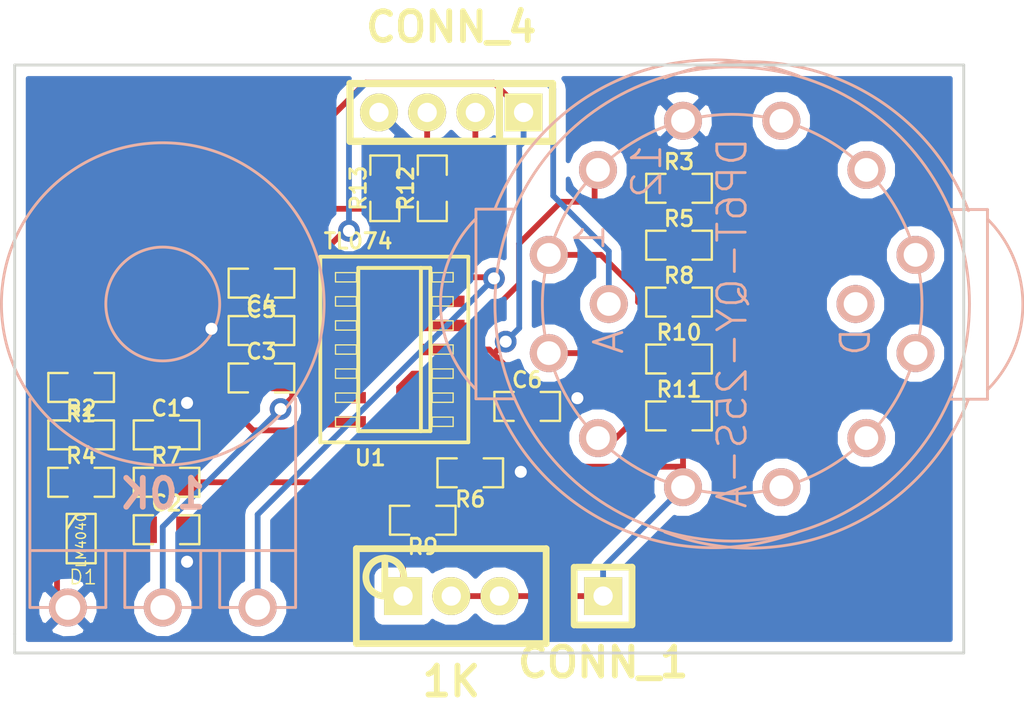
<source format=kicad_pcb>
(kicad_pcb (version 3) (host pcbnew "(2013-03-31 BZR 4008)-stable")

  (general
    (links 52)
    (no_connects 0)
    (area 30.818599 16.67832 83.731401 53.82168)
    (thickness 1.6)
    (drawings 5)
    (tracks 167)
    (zones 0)
    (modules 26)
    (nets 21)
  )

  (page A3)
  (layers
    (15 F.Cu signal)
    (0 B.Cu signal)
    (16 B.Adhes user)
    (17 F.Adhes user)
    (18 B.Paste user)
    (19 F.Paste user)
    (20 B.SilkS user)
    (21 F.SilkS user)
    (22 B.Mask user)
    (23 F.Mask user)
    (24 Dwgs.User user)
    (25 Cmts.User user)
    (26 Eco1.User user)
    (27 Eco2.User user)
    (28 Edge.Cuts user)
  )

  (setup
    (last_trace_width 0.3048)
    (trace_clearance 0.3556)
    (zone_clearance 0.508)
    (zone_45_only no)
    (trace_min 0.254)
    (segment_width 0.2)
    (edge_width 0.15)
    (via_size 1.143)
    (via_drill 0.635)
    (via_min_size 0.889)
    (via_min_drill 0.508)
    (uvia_size 0.508)
    (uvia_drill 0.127)
    (uvias_allowed no)
    (uvia_min_size 0.508)
    (uvia_min_drill 0.127)
    (pcb_text_width 0.3)
    (pcb_text_size 1.5 1.5)
    (mod_edge_width 0.15)
    (mod_text_size 1.5 1.5)
    (mod_text_width 0.15)
    (pad_size 1.4 1.4)
    (pad_drill 0.6)
    (pad_to_mask_clearance 0.02)
    (aux_axis_origin 0 0)
    (visible_elements 7FFF7FFF)
    (pcbplotparams
      (layerselection 3178497)
      (usegerberextensions true)
      (excludeedgelayer true)
      (linewidth 152400)
      (plotframeref false)
      (viasonmask false)
      (mode 1)
      (useauxorigin false)
      (hpglpennumber 1)
      (hpglpenspeed 20)
      (hpglpendiameter 15)
      (hpglpenoverlay 2)
      (psnegative false)
      (psa4output false)
      (plotreference true)
      (plotvalue true)
      (plotothertext true)
      (plotinvisibletext false)
      (padsonsilk false)
      (subtractmaskfromsilk false)
      (outputformat 1)
      (mirror false)
      (drillshape 1)
      (scaleselection 1)
      (outputdirectory ""))
  )

  (net 0 "")
  (net 1 +12V)
  (net 2 -12V)
  (net 3 GND)
  (net 4 N-0000012)
  (net 5 N-0000013)
  (net 6 N-0000014)
  (net 7 N-0000015)
  (net 8 N-0000016)
  (net 9 N-0000017)
  (net 10 N-0000018)
  (net 11 N-0000019)
  (net 12 N-000002)
  (net 13 N-0000020)
  (net 14 N-0000021)
  (net 15 N-000004)
  (net 16 N-000005)
  (net 17 N-000006)
  (net 18 N-000007)
  (net 19 N-000009)
  (net 20 "SUM OUT")

  (net_class Default "This is the default net class."
    (clearance 0.3556)
    (trace_width 0.3048)
    (via_dia 1.143)
    (via_drill 0.635)
    (uvia_dia 0.508)
    (uvia_drill 0.127)
    (add_net "")
    (add_net N-0000012)
    (add_net N-0000013)
    (add_net N-0000014)
    (add_net N-0000015)
    (add_net N-0000016)
    (add_net N-0000017)
    (add_net N-0000018)
    (add_net N-0000019)
    (add_net N-000002)
    (add_net N-0000020)
    (add_net N-0000021)
    (add_net N-000004)
    (add_net N-000005)
    (add_net N-000006)
    (add_net N-000007)
    (add_net N-000009)
    (add_net "SUM OUT")
  )

  (net_class POWER ""
    (clearance 0.4064)
    (trace_width 0.3048)
    (via_dia 1.143)
    (via_drill 0.635)
    (uvia_dia 0.508)
    (uvia_drill 0.127)
    (add_net +12V)
    (add_net -12V)
    (add_net GND)
  )

  (module SOT23 (layer F.Cu) (tedit 4ECF7895) (tstamp 51A17950)
    (at 35.5 45 270)
    (tags SOT23)
    (path /519D2401)
    (fp_text reference D1 (at 1.99898 -0.09906 360) (layer F.SilkS)
      (effects (font (size 0.762 0.762) (thickness 0.0762)))
    )
    (fp_text value LM4040 (at 0.0635 0 270) (layer F.SilkS)
      (effects (font (size 0.50038 0.50038) (thickness 0.0762)))
    )
    (fp_line (start -0.508 0.762) (end -1.27 0.254) (layer F.SilkS) (width 0.127))
    (fp_line (start 1.27 0.762) (end -1.3335 0.762) (layer F.SilkS) (width 0.127))
    (fp_line (start -1.3335 0.762) (end -1.3335 -0.762) (layer F.SilkS) (width 0.127))
    (fp_line (start -1.3335 -0.762) (end 1.27 -0.762) (layer F.SilkS) (width 0.127))
    (fp_line (start 1.27 -0.762) (end 1.27 0.762) (layer F.SilkS) (width 0.127))
    (pad 3 smd rect (at 0 -1.27 270) (size 0.70104 1.00076)
      (layers F.Cu F.Paste F.Mask)
    )
    (pad 2 smd rect (at 0.9525 1.27 270) (size 0.70104 1.00076)
      (layers F.Cu F.Paste F.Mask)
      (net 3 GND)
    )
    (pad 1 smd rect (at -0.9525 1.27 270) (size 0.70104 1.00076)
      (layers F.Cu F.Paste F.Mask)
      (net 12 N-000002)
    )
    (model smd/SOT23_6.wrl
      (at (xyz 0 0 0))
      (scale (xyz 0.11 0.11 0.11))
      (rotate (xyz 0 0 -180))
    )
  )

  (module SM0805-HAND (layer F.Cu) (tedit 512397DC) (tstamp 51A17943)
    (at 59 38)
    (path /519D2BE9)
    (attr smd)
    (fp_text reference C6 (at 0 -1.397) (layer F.SilkS)
      (effects (font (size 0.8128 0.8128) (thickness 0.1524)))
    )
    (fp_text value 0.1u (at 0 0) (layer F.SilkS) hide
      (effects (font (size 0.635 0.635) (thickness 0.127)))
    )
    (fp_line (start -0.7112 0.762) (end -1.7272 0.762) (layer F.SilkS) (width 0.127))
    (fp_line (start -1.7272 0.762) (end -1.7272 -0.762) (layer F.SilkS) (width 0.127))
    (fp_line (start -1.7272 -0.762) (end -0.7112 -0.762) (layer F.SilkS) (width 0.127))
    (fp_line (start 0.7112 -0.762) (end 1.7272 -0.762) (layer F.SilkS) (width 0.127))
    (fp_line (start 1.7272 -0.762) (end 1.7272 0.762) (layer F.SilkS) (width 0.127))
    (fp_line (start 1.7272 0.762) (end 0.7112 0.762) (layer F.SilkS) (width 0.127))
    (pad 1 smd rect (at -1.0795 0) (size 1.143 1.397)
      (layers F.Cu F.Paste F.Mask)
      (net 1 +12V)
    )
    (pad 2 smd rect (at 1.0795 0) (size 1.143 1.397)
      (layers F.Cu F.Paste F.Mask)
      (net 3 GND)
    )
    (model smd/chip_cms.wrl
      (at (xyz 0 0 0))
      (scale (xyz 0.1 0.1 0.1))
      (rotate (xyz 0 0 0))
    )
  )

  (module SM0805-HAND (layer F.Cu) (tedit 512397DC) (tstamp 51A17936)
    (at 45 34)
    (path /519D2BE3)
    (attr smd)
    (fp_text reference C4 (at 0 -1.397) (layer F.SilkS)
      (effects (font (size 0.8128 0.8128) (thickness 0.1524)))
    )
    (fp_text value 0.1u (at 0 0) (layer F.SilkS) hide
      (effects (font (size 0.635 0.635) (thickness 0.127)))
    )
    (fp_line (start -0.7112 0.762) (end -1.7272 0.762) (layer F.SilkS) (width 0.127))
    (fp_line (start -1.7272 0.762) (end -1.7272 -0.762) (layer F.SilkS) (width 0.127))
    (fp_line (start -1.7272 -0.762) (end -0.7112 -0.762) (layer F.SilkS) (width 0.127))
    (fp_line (start 0.7112 -0.762) (end 1.7272 -0.762) (layer F.SilkS) (width 0.127))
    (fp_line (start 1.7272 -0.762) (end 1.7272 0.762) (layer F.SilkS) (width 0.127))
    (fp_line (start 1.7272 0.762) (end 0.7112 0.762) (layer F.SilkS) (width 0.127))
    (pad 1 smd rect (at -1.0795 0) (size 1.143 1.397)
      (layers F.Cu F.Paste F.Mask)
      (net 3 GND)
    )
    (pad 2 smd rect (at 1.0795 0) (size 1.143 1.397)
      (layers F.Cu F.Paste F.Mask)
      (net 2 -12V)
    )
    (model smd/chip_cms.wrl
      (at (xyz 0 0 0))
      (scale (xyz 0.1 0.1 0.1))
      (rotate (xyz 0 0 0))
    )
  )

  (module SM0805-HAND (layer F.Cu) (tedit 512397DC) (tstamp 51A17CBF)
    (at 51.5 26.5 90)
    (path /519D2BD8)
    (attr smd)
    (fp_text reference R13 (at 0 -1.397 90) (layer F.SilkS)
      (effects (font (size 0.8128 0.8128) (thickness 0.1524)))
    )
    (fp_text value 100K (at 0 0 90) (layer F.SilkS) hide
      (effects (font (size 0.635 0.635) (thickness 0.127)))
    )
    (fp_line (start -0.7112 0.762) (end -1.7272 0.762) (layer F.SilkS) (width 0.127))
    (fp_line (start -1.7272 0.762) (end -1.7272 -0.762) (layer F.SilkS) (width 0.127))
    (fp_line (start -1.7272 -0.762) (end -0.7112 -0.762) (layer F.SilkS) (width 0.127))
    (fp_line (start 0.7112 -0.762) (end 1.7272 -0.762) (layer F.SilkS) (width 0.127))
    (fp_line (start 1.7272 -0.762) (end 1.7272 0.762) (layer F.SilkS) (width 0.127))
    (fp_line (start 1.7272 0.762) (end 0.7112 0.762) (layer F.SilkS) (width 0.127))
    (pad 1 smd rect (at -1.0795 0 90) (size 1.143 1.397)
      (layers F.Cu F.Paste F.Mask)
      (net 16 N-000005)
    )
    (pad 2 smd rect (at 1.0795 0 90) (size 1.143 1.397)
      (layers F.Cu F.Paste F.Mask)
      (net 20 "SUM OUT")
    )
    (model smd/chip_cms.wrl
      (at (xyz 0 0 0))
      (scale (xyz 0.1 0.1 0.1))
      (rotate (xyz 0 0 0))
    )
  )

  (module SM0805-HAND (layer F.Cu) (tedit 512397DC) (tstamp 51A1791C)
    (at 67 38.5)
    (path /519D2B88)
    (attr smd)
    (fp_text reference R11 (at 0 -1.397) (layer F.SilkS)
      (effects (font (size 0.8128 0.8128) (thickness 0.1524)))
    )
    (fp_text value 10K (at 0 0) (layer F.SilkS) hide
      (effects (font (size 0.635 0.635) (thickness 0.127)))
    )
    (fp_line (start -0.7112 0.762) (end -1.7272 0.762) (layer F.SilkS) (width 0.127))
    (fp_line (start -1.7272 0.762) (end -1.7272 -0.762) (layer F.SilkS) (width 0.127))
    (fp_line (start -1.7272 -0.762) (end -0.7112 -0.762) (layer F.SilkS) (width 0.127))
    (fp_line (start 0.7112 -0.762) (end 1.7272 -0.762) (layer F.SilkS) (width 0.127))
    (fp_line (start 1.7272 -0.762) (end 1.7272 0.762) (layer F.SilkS) (width 0.127))
    (fp_line (start 1.7272 0.762) (end 0.7112 0.762) (layer F.SilkS) (width 0.127))
    (pad 1 smd rect (at -1.0795 0) (size 1.143 1.397)
      (layers F.Cu F.Paste F.Mask)
      (net 8 N-0000016)
    )
    (pad 2 smd rect (at 1.0795 0) (size 1.143 1.397)
      (layers F.Cu F.Paste F.Mask)
      (net 5 N-0000013)
    )
    (model smd/chip_cms.wrl
      (at (xyz 0 0 0))
      (scale (xyz 0.1 0.1 0.1))
      (rotate (xyz 0 0 0))
    )
  )

  (module SM0805-HAND (layer F.Cu) (tedit 512397DC) (tstamp 51A1790F)
    (at 67 35.5)
    (path /519D2B82)
    (attr smd)
    (fp_text reference R10 (at 0 -1.397) (layer F.SilkS)
      (effects (font (size 0.8128 0.8128) (thickness 0.1524)))
    )
    (fp_text value 10K (at 0 0) (layer F.SilkS) hide
      (effects (font (size 0.635 0.635) (thickness 0.127)))
    )
    (fp_line (start -0.7112 0.762) (end -1.7272 0.762) (layer F.SilkS) (width 0.127))
    (fp_line (start -1.7272 0.762) (end -1.7272 -0.762) (layer F.SilkS) (width 0.127))
    (fp_line (start -1.7272 -0.762) (end -0.7112 -0.762) (layer F.SilkS) (width 0.127))
    (fp_line (start 0.7112 -0.762) (end 1.7272 -0.762) (layer F.SilkS) (width 0.127))
    (fp_line (start 1.7272 -0.762) (end 1.7272 0.762) (layer F.SilkS) (width 0.127))
    (fp_line (start 1.7272 0.762) (end 0.7112 0.762) (layer F.SilkS) (width 0.127))
    (pad 1 smd rect (at -1.0795 0) (size 1.143 1.397)
      (layers F.Cu F.Paste F.Mask)
      (net 10 N-0000018)
    )
    (pad 2 smd rect (at 1.0795 0) (size 1.143 1.397)
      (layers F.Cu F.Paste F.Mask)
      (net 8 N-0000016)
    )
    (model smd/chip_cms.wrl
      (at (xyz 0 0 0))
      (scale (xyz 0.1 0.1 0.1))
      (rotate (xyz 0 0 0))
    )
  )

  (module SM0805-HAND (layer F.Cu) (tedit 512397DC) (tstamp 51A17902)
    (at 67 32.5)
    (path /519D2B7C)
    (attr smd)
    (fp_text reference R8 (at 0 -1.397) (layer F.SilkS)
      (effects (font (size 0.8128 0.8128) (thickness 0.1524)))
    )
    (fp_text value 10K (at 0 0) (layer F.SilkS) hide
      (effects (font (size 0.635 0.635) (thickness 0.127)))
    )
    (fp_line (start -0.7112 0.762) (end -1.7272 0.762) (layer F.SilkS) (width 0.127))
    (fp_line (start -1.7272 0.762) (end -1.7272 -0.762) (layer F.SilkS) (width 0.127))
    (fp_line (start -1.7272 -0.762) (end -0.7112 -0.762) (layer F.SilkS) (width 0.127))
    (fp_line (start 0.7112 -0.762) (end 1.7272 -0.762) (layer F.SilkS) (width 0.127))
    (fp_line (start 1.7272 -0.762) (end 1.7272 0.762) (layer F.SilkS) (width 0.127))
    (fp_line (start 1.7272 0.762) (end 0.7112 0.762) (layer F.SilkS) (width 0.127))
    (pad 1 smd rect (at -1.0795 0) (size 1.143 1.397)
      (layers F.Cu F.Paste F.Mask)
      (net 11 N-0000019)
    )
    (pad 2 smd rect (at 1.0795 0) (size 1.143 1.397)
      (layers F.Cu F.Paste F.Mask)
      (net 10 N-0000018)
    )
    (model smd/chip_cms.wrl
      (at (xyz 0 0 0))
      (scale (xyz 0.1 0.1 0.1))
      (rotate (xyz 0 0 0))
    )
  )

  (module SM0805-HAND (layer F.Cu) (tedit 512397DC) (tstamp 51A178F5)
    (at 67 29.5)
    (path /519D2B76)
    (attr smd)
    (fp_text reference R5 (at 0 -1.397) (layer F.SilkS)
      (effects (font (size 0.8128 0.8128) (thickness 0.1524)))
    )
    (fp_text value 10K (at 0 0) (layer F.SilkS) hide
      (effects (font (size 0.635 0.635) (thickness 0.127)))
    )
    (fp_line (start -0.7112 0.762) (end -1.7272 0.762) (layer F.SilkS) (width 0.127))
    (fp_line (start -1.7272 0.762) (end -1.7272 -0.762) (layer F.SilkS) (width 0.127))
    (fp_line (start -1.7272 -0.762) (end -0.7112 -0.762) (layer F.SilkS) (width 0.127))
    (fp_line (start 0.7112 -0.762) (end 1.7272 -0.762) (layer F.SilkS) (width 0.127))
    (fp_line (start 1.7272 -0.762) (end 1.7272 0.762) (layer F.SilkS) (width 0.127))
    (fp_line (start 1.7272 0.762) (end 0.7112 0.762) (layer F.SilkS) (width 0.127))
    (pad 1 smd rect (at -1.0795 0) (size 1.143 1.397)
      (layers F.Cu F.Paste F.Mask)
      (net 9 N-0000017)
    )
    (pad 2 smd rect (at 1.0795 0) (size 1.143 1.397)
      (layers F.Cu F.Paste F.Mask)
      (net 11 N-0000019)
    )
    (model smd/chip_cms.wrl
      (at (xyz 0 0 0))
      (scale (xyz 0.1 0.1 0.1))
      (rotate (xyz 0 0 0))
    )
  )

  (module SM0805-HAND (layer F.Cu) (tedit 512397DC) (tstamp 51A178E8)
    (at 67 26.5)
    (path /519D2B70)
    (attr smd)
    (fp_text reference R3 (at 0 -1.397) (layer F.SilkS)
      (effects (font (size 0.8128 0.8128) (thickness 0.1524)))
    )
    (fp_text value 10K (at 0 0) (layer F.SilkS) hide
      (effects (font (size 0.635 0.635) (thickness 0.127)))
    )
    (fp_line (start -0.7112 0.762) (end -1.7272 0.762) (layer F.SilkS) (width 0.127))
    (fp_line (start -1.7272 0.762) (end -1.7272 -0.762) (layer F.SilkS) (width 0.127))
    (fp_line (start -1.7272 -0.762) (end -0.7112 -0.762) (layer F.SilkS) (width 0.127))
    (fp_line (start 0.7112 -0.762) (end 1.7272 -0.762) (layer F.SilkS) (width 0.127))
    (fp_line (start 1.7272 -0.762) (end 1.7272 0.762) (layer F.SilkS) (width 0.127))
    (fp_line (start 1.7272 0.762) (end 0.7112 0.762) (layer F.SilkS) (width 0.127))
    (pad 1 smd rect (at -1.0795 0) (size 1.143 1.397)
      (layers F.Cu F.Paste F.Mask)
      (net 3 GND)
    )
    (pad 2 smd rect (at 1.0795 0) (size 1.143 1.397)
      (layers F.Cu F.Paste F.Mask)
      (net 9 N-0000017)
    )
    (model smd/chip_cms.wrl
      (at (xyz 0 0 0))
      (scale (xyz 0.1 0.1 0.1))
      (rotate (xyz 0 0 0))
    )
  )

  (module SM0805-HAND (layer F.Cu) (tedit 512397DC) (tstamp 51A178DB)
    (at 40 42)
    (path /519D2A89)
    (attr smd)
    (fp_text reference R7 (at 0 -1.397) (layer F.SilkS)
      (effects (font (size 0.8128 0.8128) (thickness 0.1524)))
    )
    (fp_text value 33K (at 0 0) (layer F.SilkS) hide
      (effects (font (size 0.635 0.635) (thickness 0.127)))
    )
    (fp_line (start -0.7112 0.762) (end -1.7272 0.762) (layer F.SilkS) (width 0.127))
    (fp_line (start -1.7272 0.762) (end -1.7272 -0.762) (layer F.SilkS) (width 0.127))
    (fp_line (start -1.7272 -0.762) (end -0.7112 -0.762) (layer F.SilkS) (width 0.127))
    (fp_line (start 0.7112 -0.762) (end 1.7272 -0.762) (layer F.SilkS) (width 0.127))
    (fp_line (start 1.7272 -0.762) (end 1.7272 0.762) (layer F.SilkS) (width 0.127))
    (fp_line (start 1.7272 0.762) (end 0.7112 0.762) (layer F.SilkS) (width 0.127))
    (pad 1 smd rect (at -1.0795 0) (size 1.143 1.397)
      (layers F.Cu F.Paste F.Mask)
      (net 4 N-0000012)
    )
    (pad 2 smd rect (at 1.0795 0) (size 1.143 1.397)
      (layers F.Cu F.Paste F.Mask)
      (net 19 N-000009)
    )
    (model smd/chip_cms.wrl
      (at (xyz 0 0 0))
      (scale (xyz 0.1 0.1 0.1))
      (rotate (xyz 0 0 0))
    )
  )

  (module SM0805-HAND (layer F.Cu) (tedit 512397DC) (tstamp 51A178CE)
    (at 35.5 39.5)
    (path /519D2A6D)
    (attr smd)
    (fp_text reference R2 (at 0 -1.397) (layer F.SilkS)
      (effects (font (size 0.8128 0.8128) (thickness 0.1524)))
    )
    (fp_text value 4.7K (at 0 0) (layer F.SilkS) hide
      (effects (font (size 0.635 0.635) (thickness 0.127)))
    )
    (fp_line (start -0.7112 0.762) (end -1.7272 0.762) (layer F.SilkS) (width 0.127))
    (fp_line (start -1.7272 0.762) (end -1.7272 -0.762) (layer F.SilkS) (width 0.127))
    (fp_line (start -1.7272 -0.762) (end -0.7112 -0.762) (layer F.SilkS) (width 0.127))
    (fp_line (start 0.7112 -0.762) (end 1.7272 -0.762) (layer F.SilkS) (width 0.127))
    (fp_line (start 1.7272 -0.762) (end 1.7272 0.762) (layer F.SilkS) (width 0.127))
    (fp_line (start 1.7272 0.762) (end 0.7112 0.762) (layer F.SilkS) (width 0.127))
    (pad 1 smd rect (at -1.0795 0) (size 1.143 1.397)
      (layers F.Cu F.Paste F.Mask)
      (net 12 N-000002)
    )
    (pad 2 smd rect (at 1.0795 0) (size 1.143 1.397)
      (layers F.Cu F.Paste F.Mask)
      (net 15 N-000004)
    )
    (model smd/chip_cms.wrl
      (at (xyz 0 0 0))
      (scale (xyz 0.1 0.1 0.1))
      (rotate (xyz 0 0 0))
    )
  )

  (module SM0805-HAND (layer F.Cu) (tedit 512397DC) (tstamp 51A178C1)
    (at 40 39.5)
    (path /519D1988)
    (attr smd)
    (fp_text reference C1 (at 0 -1.397) (layer F.SilkS)
      (effects (font (size 0.8128 0.8128) (thickness 0.1524)))
    )
    (fp_text value 0.1u (at 0 0) (layer F.SilkS) hide
      (effects (font (size 0.635 0.635) (thickness 0.127)))
    )
    (fp_line (start -0.7112 0.762) (end -1.7272 0.762) (layer F.SilkS) (width 0.127))
    (fp_line (start -1.7272 0.762) (end -1.7272 -0.762) (layer F.SilkS) (width 0.127))
    (fp_line (start -1.7272 -0.762) (end -0.7112 -0.762) (layer F.SilkS) (width 0.127))
    (fp_line (start 0.7112 -0.762) (end 1.7272 -0.762) (layer F.SilkS) (width 0.127))
    (fp_line (start 1.7272 -0.762) (end 1.7272 0.762) (layer F.SilkS) (width 0.127))
    (fp_line (start 1.7272 0.762) (end 0.7112 0.762) (layer F.SilkS) (width 0.127))
    (pad 1 smd rect (at -1.0795 0) (size 1.143 1.397)
      (layers F.Cu F.Paste F.Mask)
      (net 15 N-000004)
    )
    (pad 2 smd rect (at 1.0795 0) (size 1.143 1.397)
      (layers F.Cu F.Paste F.Mask)
      (net 3 GND)
    )
    (model smd/chip_cms.wrl
      (at (xyz 0 0 0))
      (scale (xyz 0.1 0.1 0.1))
      (rotate (xyz 0 0 0))
    )
  )

  (module SM0805-HAND (layer F.Cu) (tedit 512397DC) (tstamp 51A178B4)
    (at 54 26.5 90)
    (path /519D163B)
    (attr smd)
    (fp_text reference R12 (at 0 -1.397 90) (layer F.SilkS)
      (effects (font (size 0.8128 0.8128) (thickness 0.1524)))
    )
    (fp_text value 100K (at 0 0 90) (layer F.SilkS) hide
      (effects (font (size 0.635 0.635) (thickness 0.127)))
    )
    (fp_line (start -0.7112 0.762) (end -1.7272 0.762) (layer F.SilkS) (width 0.127))
    (fp_line (start -1.7272 0.762) (end -1.7272 -0.762) (layer F.SilkS) (width 0.127))
    (fp_line (start -1.7272 -0.762) (end -0.7112 -0.762) (layer F.SilkS) (width 0.127))
    (fp_line (start 0.7112 -0.762) (end 1.7272 -0.762) (layer F.SilkS) (width 0.127))
    (fp_line (start 1.7272 -0.762) (end 1.7272 0.762) (layer F.SilkS) (width 0.127))
    (fp_line (start 1.7272 0.762) (end 0.7112 0.762) (layer F.SilkS) (width 0.127))
    (pad 1 smd rect (at -1.0795 0 90) (size 1.143 1.397)
      (layers F.Cu F.Paste F.Mask)
      (net 18 N-000007)
    )
    (pad 2 smd rect (at 1.0795 0 90) (size 1.143 1.397)
      (layers F.Cu F.Paste F.Mask)
      (net 20 "SUM OUT")
    )
    (model smd/chip_cms.wrl
      (at (xyz 0 0 0))
      (scale (xyz 0.1 0.1 0.1))
      (rotate (xyz 0 0 0))
    )
  )

  (module SM0805-HAND (layer F.Cu) (tedit 512397DC) (tstamp 51A178A7)
    (at 45 31.5 180)
    (path /519D1571)
    (attr smd)
    (fp_text reference C5 (at 0 -1.397 180) (layer F.SilkS)
      (effects (font (size 0.8128 0.8128) (thickness 0.1524)))
    )
    (fp_text value 0.001u (at 0 0 180) (layer F.SilkS) hide
      (effects (font (size 0.635 0.635) (thickness 0.127)))
    )
    (fp_line (start -0.7112 0.762) (end -1.7272 0.762) (layer F.SilkS) (width 0.127))
    (fp_line (start -1.7272 0.762) (end -1.7272 -0.762) (layer F.SilkS) (width 0.127))
    (fp_line (start -1.7272 -0.762) (end -0.7112 -0.762) (layer F.SilkS) (width 0.127))
    (fp_line (start 0.7112 -0.762) (end 1.7272 -0.762) (layer F.SilkS) (width 0.127))
    (fp_line (start 1.7272 -0.762) (end 1.7272 0.762) (layer F.SilkS) (width 0.127))
    (fp_line (start 1.7272 0.762) (end 0.7112 0.762) (layer F.SilkS) (width 0.127))
    (pad 1 smd rect (at -1.0795 0 180) (size 1.143 1.397)
      (layers F.Cu F.Paste F.Mask)
      (net 17 N-000006)
    )
    (pad 2 smd rect (at 1.0795 0 180) (size 1.143 1.397)
      (layers F.Cu F.Paste F.Mask)
      (net 3 GND)
    )
    (model smd/chip_cms.wrl
      (at (xyz 0 0 0))
      (scale (xyz 0.1 0.1 0.1))
      (rotate (xyz 0 0 0))
    )
  )

  (module SM0805-HAND (layer F.Cu) (tedit 512397DC) (tstamp 51A21D89)
    (at 45 36.5)
    (path /519D137C)
    (attr smd)
    (fp_text reference C3 (at 0 -1.397) (layer F.SilkS)
      (effects (font (size 0.8128 0.8128) (thickness 0.1524)))
    )
    (fp_text value 0.001u (at 0 0) (layer F.SilkS) hide
      (effects (font (size 0.635 0.635) (thickness 0.127)))
    )
    (fp_line (start -0.7112 0.762) (end -1.7272 0.762) (layer F.SilkS) (width 0.127))
    (fp_line (start -1.7272 0.762) (end -1.7272 -0.762) (layer F.SilkS) (width 0.127))
    (fp_line (start -1.7272 -0.762) (end -0.7112 -0.762) (layer F.SilkS) (width 0.127))
    (fp_line (start 0.7112 -0.762) (end 1.7272 -0.762) (layer F.SilkS) (width 0.127))
    (fp_line (start 1.7272 -0.762) (end 1.7272 0.762) (layer F.SilkS) (width 0.127))
    (fp_line (start 1.7272 0.762) (end 0.7112 0.762) (layer F.SilkS) (width 0.127))
    (pad 1 smd rect (at -1.0795 0) (size 1.143 1.397)
      (layers F.Cu F.Paste F.Mask)
      (net 3 GND)
    )
    (pad 2 smd rect (at 1.0795 0) (size 1.143 1.397)
      (layers F.Cu F.Paste F.Mask)
      (net 14 N-0000021)
    )
    (model smd/chip_cms.wrl
      (at (xyz 0 0 0))
      (scale (xyz 0.1 0.1 0.1))
      (rotate (xyz 0 0 0))
    )
  )

  (module SM0805-HAND (layer F.Cu) (tedit 512397DC) (tstamp 51A1788D)
    (at 53.5 44 180)
    (path /519D0FCF)
    (attr smd)
    (fp_text reference R9 (at 0 -1.397 180) (layer F.SilkS)
      (effects (font (size 0.8128 0.8128) (thickness 0.1524)))
    )
    (fp_text value 9.53K (at 0 0 180) (layer F.SilkS) hide
      (effects (font (size 0.635 0.635) (thickness 0.127)))
    )
    (fp_line (start -0.7112 0.762) (end -1.7272 0.762) (layer F.SilkS) (width 0.127))
    (fp_line (start -1.7272 0.762) (end -1.7272 -0.762) (layer F.SilkS) (width 0.127))
    (fp_line (start -1.7272 -0.762) (end -0.7112 -0.762) (layer F.SilkS) (width 0.127))
    (fp_line (start 0.7112 -0.762) (end 1.7272 -0.762) (layer F.SilkS) (width 0.127))
    (fp_line (start 1.7272 -0.762) (end 1.7272 0.762) (layer F.SilkS) (width 0.127))
    (fp_line (start 1.7272 0.762) (end 0.7112 0.762) (layer F.SilkS) (width 0.127))
    (pad 1 smd rect (at -1.0795 0 180) (size 1.143 1.397)
      (layers F.Cu F.Paste F.Mask)
      (net 6 N-0000014)
    )
    (pad 2 smd rect (at 1.0795 0 180) (size 1.143 1.397)
      (layers F.Cu F.Paste F.Mask)
      (net 7 N-0000015)
    )
    (model smd/chip_cms.wrl
      (at (xyz 0 0 0))
      (scale (xyz 0.1 0.1 0.1))
      (rotate (xyz 0 0 0))
    )
  )

  (module SM0805-HAND (layer F.Cu) (tedit 512397DC) (tstamp 51A17880)
    (at 40 44.5)
    (path /519D0F8A)
    (attr smd)
    (fp_text reference C2 (at 0 -1.397) (layer F.SilkS)
      (effects (font (size 0.8128 0.8128) (thickness 0.1524)))
    )
    (fp_text value 0.1u (at 0 0) (layer F.SilkS) hide
      (effects (font (size 0.635 0.635) (thickness 0.127)))
    )
    (fp_line (start -0.7112 0.762) (end -1.7272 0.762) (layer F.SilkS) (width 0.127))
    (fp_line (start -1.7272 0.762) (end -1.7272 -0.762) (layer F.SilkS) (width 0.127))
    (fp_line (start -1.7272 -0.762) (end -0.7112 -0.762) (layer F.SilkS) (width 0.127))
    (fp_line (start 0.7112 -0.762) (end 1.7272 -0.762) (layer F.SilkS) (width 0.127))
    (fp_line (start 1.7272 -0.762) (end 1.7272 0.762) (layer F.SilkS) (width 0.127))
    (fp_line (start 1.7272 0.762) (end 0.7112 0.762) (layer F.SilkS) (width 0.127))
    (pad 1 smd rect (at -1.0795 0) (size 1.143 1.397)
      (layers F.Cu F.Paste F.Mask)
      (net 4 N-0000012)
    )
    (pad 2 smd rect (at 1.0795 0) (size 1.143 1.397)
      (layers F.Cu F.Paste F.Mask)
      (net 3 GND)
    )
    (model smd/chip_cms.wrl
      (at (xyz 0 0 0))
      (scale (xyz 0.1 0.1 0.1))
      (rotate (xyz 0 0 0))
    )
  )

  (module SM0805-HAND (layer F.Cu) (tedit 512397DC) (tstamp 51A17D36)
    (at 56 41.5 180)
    (path /519D0F4A)
    (attr smd)
    (fp_text reference R6 (at 0 -1.397 180) (layer F.SilkS)
      (effects (font (size 0.8128 0.8128) (thickness 0.1524)))
    )
    (fp_text value 10K (at 0 0 180) (layer F.SilkS) hide
      (effects (font (size 0.635 0.635) (thickness 0.127)))
    )
    (fp_line (start -0.7112 0.762) (end -1.7272 0.762) (layer F.SilkS) (width 0.127))
    (fp_line (start -1.7272 0.762) (end -1.7272 -0.762) (layer F.SilkS) (width 0.127))
    (fp_line (start -1.7272 -0.762) (end -0.7112 -0.762) (layer F.SilkS) (width 0.127))
    (fp_line (start 0.7112 -0.762) (end 1.7272 -0.762) (layer F.SilkS) (width 0.127))
    (fp_line (start 1.7272 -0.762) (end 1.7272 0.762) (layer F.SilkS) (width 0.127))
    (fp_line (start 1.7272 0.762) (end 0.7112 0.762) (layer F.SilkS) (width 0.127))
    (pad 1 smd rect (at -1.0795 0 180) (size 1.143 1.397)
      (layers F.Cu F.Paste F.Mask)
      (net 3 GND)
    )
    (pad 2 smd rect (at 1.0795 0 180) (size 1.143 1.397)
      (layers F.Cu F.Paste F.Mask)
      (net 6 N-0000014)
    )
    (model smd/chip_cms.wrl
      (at (xyz 0 0 0))
      (scale (xyz 0.1 0.1 0.1))
      (rotate (xyz 0 0 0))
    )
  )

  (module SM0805-HAND (layer F.Cu) (tedit 512397DC) (tstamp 51A17866)
    (at 35.5 42)
    (path /519D0F44)
    (attr smd)
    (fp_text reference R4 (at 0 -1.397) (layer F.SilkS)
      (effects (font (size 0.8128 0.8128) (thickness 0.1524)))
    )
    (fp_text value 33K (at 0 0) (layer F.SilkS) hide
      (effects (font (size 0.635 0.635) (thickness 0.127)))
    )
    (fp_line (start -0.7112 0.762) (end -1.7272 0.762) (layer F.SilkS) (width 0.127))
    (fp_line (start -1.7272 0.762) (end -1.7272 -0.762) (layer F.SilkS) (width 0.127))
    (fp_line (start -1.7272 -0.762) (end -0.7112 -0.762) (layer F.SilkS) (width 0.127))
    (fp_line (start 0.7112 -0.762) (end 1.7272 -0.762) (layer F.SilkS) (width 0.127))
    (fp_line (start 1.7272 -0.762) (end 1.7272 0.762) (layer F.SilkS) (width 0.127))
    (fp_line (start 1.7272 0.762) (end 0.7112 0.762) (layer F.SilkS) (width 0.127))
    (pad 1 smd rect (at -1.0795 0) (size 1.143 1.397)
      (layers F.Cu F.Paste F.Mask)
      (net 12 N-000002)
    )
    (pad 2 smd rect (at 1.0795 0) (size 1.143 1.397)
      (layers F.Cu F.Paste F.Mask)
      (net 4 N-0000012)
    )
    (model smd/chip_cms.wrl
      (at (xyz 0 0 0))
      (scale (xyz 0.1 0.1 0.1))
      (rotate (xyz 0 0 0))
    )
  )

  (module SM0805-HAND (layer F.Cu) (tedit 512397DC) (tstamp 51A17859)
    (at 35.5 37 180)
    (path /519D0F3E)
    (attr smd)
    (fp_text reference R1 (at 0 -1.397 180) (layer F.SilkS)
      (effects (font (size 0.8128 0.8128) (thickness 0.1524)))
    )
    (fp_text value 4.7K (at 0 0 180) (layer F.SilkS) hide
      (effects (font (size 0.635 0.635) (thickness 0.127)))
    )
    (fp_line (start -0.7112 0.762) (end -1.7272 0.762) (layer F.SilkS) (width 0.127))
    (fp_line (start -1.7272 0.762) (end -1.7272 -0.762) (layer F.SilkS) (width 0.127))
    (fp_line (start -1.7272 -0.762) (end -0.7112 -0.762) (layer F.SilkS) (width 0.127))
    (fp_line (start 0.7112 -0.762) (end 1.7272 -0.762) (layer F.SilkS) (width 0.127))
    (fp_line (start 1.7272 -0.762) (end 1.7272 0.762) (layer F.SilkS) (width 0.127))
    (fp_line (start 1.7272 0.762) (end 0.7112 0.762) (layer F.SilkS) (width 0.127))
    (pad 1 smd rect (at -1.0795 0 180) (size 1.143 1.397)
      (layers F.Cu F.Paste F.Mask)
      (net 15 N-000004)
    )
    (pad 2 smd rect (at 1.0795 0 180) (size 1.143 1.397)
      (layers F.Cu F.Paste F.Mask)
      (net 1 +12V)
    )
    (model smd/chip_cms.wrl
      (at (xyz 0 0 0))
      (scale (xyz 0.1 0.1 0.1))
      (rotate (xyz 0 0 0))
    )
  )

  (module RV16A-41   locked (layer B.Cu) (tedit 51A159F7) (tstamp 51A1666F)
    (at 39.8 32.6 180)
    (path /519D12D5)
    (fp_text reference POT1 (at 0 13 180) (layer B.SilkS) hide
      (effects (font (size 1.524 1.524) (thickness 0.3048)) (justify mirror))
    )
    (fp_text value 10K (at 0 -9.99998 180) (layer B.SilkS)
      (effects (font (size 1.524 1.524) (thickness 0.3048)) (justify mirror))
    )
    (fp_line (start -3 -13) (end -3 -16) (layer B.SilkS) (width 0.15))
    (fp_line (start -3 -16) (end -7 -16) (layer B.SilkS) (width 0.15))
    (fp_line (start 2 -13) (end 2 -16) (layer B.SilkS) (width 0.15))
    (fp_line (start 2 -16) (end -2 -16) (layer B.SilkS) (width 0.15))
    (fp_line (start -2 -16) (end -2 -13) (layer B.SilkS) (width 0.15))
    (fp_line (start 7 -16) (end 3 -16) (layer B.SilkS) (width 0.15))
    (fp_line (start 3 -16) (end 3 -13) (layer B.SilkS) (width 0.15))
    (fp_line (start -7 -13) (end 7 -13) (layer B.SilkS) (width 0.15))
    (fp_line (start 7 -16) (end 7 -5) (layer B.SilkS) (width 0.15))
    (fp_line (start -7 -16) (end -7 -5) (layer B.SilkS) (width 0.15))
    (fp_circle (center 0 0) (end 0 -3) (layer B.SilkS) (width 0.15))
    (fp_circle (center 0 0) (end 0 -8.5) (layer B.SilkS) (width 0.15))
    (pad 2 thru_hole circle (at 0 -16 180) (size 1.99898 1.99898) (drill 1.30048)
      (layers *.Cu *.Mask B.SilkS)
      (net 14 N-0000021)
    )
    (pad 3 thru_hole circle (at 5 -16 180) (size 1.99898 1.99898) (drill 1.30048)
      (layers *.Cu *.Mask B.SilkS)
      (net 3 GND)
    )
    (pad 1 thru_hole circle (at -5 -16 180) (size 1.99898 1.99898) (drill 1.30048)
      (layers *.Cu *.Mask B.SilkS)
      (net 13 N-0000020)
    )
  )

  (module QY-25S-2P6C   locked (layer B.Cu) (tedit 5196AE26) (tstamp 51A179EF)
    (at 69.8 32.6 270)
    (path /51965C24)
    (fp_text reference SW1 (at 0 17 270) (layer B.SilkS) hide
      (effects (font (size 1.5 1.5) (thickness 0.15)) (justify mirror))
    )
    (fp_text value DP6T-QY-25S-A (at 1 0 270) (layer B.SilkS)
      (effects (font (size 1.5 1.5) (thickness 0.15)) (justify mirror))
    )
    (fp_text user 12 (at -7 4.5 270) (layer B.SilkS)
      (effects (font (size 1.5 1.5) (thickness 0.15)) (justify mirror))
    )
    (fp_text user 1 (at -3.5 7.5 270) (layer B.SilkS)
      (effects (font (size 1.5 1.5) (thickness 0.15)) (justify mirror))
    )
    (fp_text user D (at 2 -6.5 270) (layer B.SilkS)
      (effects (font (size 1.5 1.5) (thickness 0.15)) (justify mirror))
    )
    (fp_text user A (at 2 6.5 270) (layer B.SilkS)
      (effects (font (size 1.5 1.5) (thickness 0.15)) (justify mirror))
    )
    (fp_line (start -4.98 -13.45) (end 5.02 -13.45) (layer B.SilkS) (width 0.15))
    (fp_line (start -4.98 -13.45) (end -4.98 -11.45) (layer B.SilkS) (width 0.15))
    (fp_line (start 5.02 -13.45) (end 5.02 -11.45) (layer B.SilkS) (width 0.15))
    (fp_arc (start 0.02 -8.95) (end -4.48 -13.45) (angle 90) (layer B.SilkS) (width 0.15))
    (fp_arc (start 0.52 -0.95) (end 5.02 -12.45) (angle 90) (layer B.SilkS) (width 0.15))
    (fp_arc (start -0.42 -0.95) (end -4.92 -12.45) (angle -90) (layer B.SilkS) (width 0.15))
    (fp_arc (start -0.52 0.99) (end -5.02 12.49) (angle 90) (layer B.SilkS) (width 0.15))
    (fp_arc (start 0.5 1) (end 5 12.5) (angle -90) (layer B.SilkS) (width 0.15))
    (fp_arc (start 0 9) (end -4.5 13.5) (angle -90) (layer B.SilkS) (width 0.15))
    (fp_line (start 5 13.5) (end 5 11.5) (layer B.SilkS) (width 0.15))
    (fp_line (start -5 13.5) (end -5 11.5) (layer B.SilkS) (width 0.15))
    (fp_line (start -5 13.5) (end 5 13.5) (layer B.SilkS) (width 0.15))
    (fp_circle (center 0 0) (end 12.5 0) (layer B.SilkS) (width 0.15))
    (fp_circle (center 0 0) (end 0 10) (layer B.SilkS) (width 0.15))
    (pad 1 thru_hole circle (at -2.59 9.66 90) (size 2 2) (drill 1.25)
      (layers *.Cu *.Mask B.SilkS)
      (net 11 N-0000019)
    )
    (pad 12 thru_hole circle (at -7.07 7.07 90) (size 2 2) (drill 1.25)
      (layers *.Cu *.Mask B.SilkS)
      (net 9 N-0000017)
    )
    (pad 11 thru_hole circle (at -9.66 2.59 90) (size 2 2) (drill 1.25)
      (layers *.Cu *.Mask B.SilkS)
      (net 3 GND)
    )
    (pad 10 thru_hole circle (at -9.66 -2.59 90) (size 2 2) (drill 1.25)
      (layers *.Cu *.Mask B.SilkS)
    )
    (pad 9 thru_hole circle (at -7.07 -7.07 90) (size 2 2) (drill 1.25)
      (layers *.Cu *.Mask B.SilkS)
    )
    (pad 8 thru_hole circle (at -2.59 -9.66 90) (size 2 2) (drill 1.25)
      (layers *.Cu *.Mask B.SilkS)
    )
    (pad D thru_hole circle (at 0 -6.5 270) (size 2 2) (drill 1.25)
      (layers *.Cu *.Mask B.SilkS)
    )
    (pad A thru_hole circle (at 0 6.5 270) (size 2 2) (drill 1.25)
      (layers *.Cu *.Mask B.SilkS)
      (net 17 N-000006)
    )
    (pad 2 thru_hole circle (at 2.59 9.66 270) (size 2 2) (drill 1.25)
      (layers *.Cu *.Mask B.SilkS)
      (net 10 N-0000018)
    )
    (pad 3 thru_hole circle (at 7.07 7.07 270) (size 2 2) (drill 1.25)
      (layers *.Cu *.Mask B.SilkS)
      (net 8 N-0000016)
    )
    (pad 4 thru_hole circle (at 9.66 2.59 270) (size 2 2) (drill 1.25)
      (layers *.Cu *.Mask B.SilkS)
      (net 5 N-0000013)
    )
    (pad 5 thru_hole circle (at 9.66 -2.59 270) (size 2 2) (drill 1.25)
      (layers *.Cu *.Mask B.SilkS)
    )
    (pad 6 thru_hole circle (at 7.07 -7.07 270) (size 2 2) (drill 1.25)
      (layers *.Cu *.Mask B.SilkS)
    )
    (pad 7 thru_hole circle (at 2.59 -9.66 270) (size 2 2) (drill 1.25)
      (layers *.Cu *.Mask B.SilkS)
    )
  )

  (module CONN_0100_X_4 (layer F.Cu) (tedit 515367A5) (tstamp 51A1784C)
    (at 55 22.5 180)
    (path /519D2609)
    (fp_text reference P2 (at 0 -5.00126 180) (layer F.SilkS) hide
      (effects (font (size 1.524 1.524) (thickness 0.3048)))
    )
    (fp_text value CONN_4 (at 0 4.50088 180) (layer F.SilkS)
      (effects (font (size 1.524 1.524) (thickness 0.3048)))
    )
    (fp_line (start -2.54 -1.524) (end -2.54 1.524) (layer F.SilkS) (width 0.381))
    (fp_line (start -5.334 -1.524) (end -5.334 1.524) (layer F.SilkS) (width 0.381))
    (fp_line (start -5.334 1.524) (end 5.334 1.524) (layer F.SilkS) (width 0.381))
    (fp_line (start 5.334 1.524) (end 5.334 -1.524) (layer F.SilkS) (width 0.381))
    (fp_line (start 5.334 -1.524) (end -5.334 -1.524) (layer F.SilkS) (width 0.381))
    (pad 1 thru_hole rect (at -3.81 0 180) (size 1.99898 1.99898) (drill 1.016)
      (layers *.Cu *.Mask F.SilkS)
      (net 1 +12V)
    )
    (pad 2 thru_hole circle (at -1.27 0 180) (size 1.99898 1.99898) (drill 1.016)
      (layers *.Cu *.Mask F.SilkS)
      (net 2 -12V)
    )
    (pad 3 thru_hole circle (at 1.27 0 180) (size 1.99898 1.99898) (drill 1.016)
      (layers *.Cu *.Mask F.SilkS)
      (net 20 "SUM OUT")
    )
    (pad 4 thru_hole circle (at 3.81 0 180) (size 1.99898 1.99898) (drill 1.016)
      (layers *.Cu *.Mask F.SilkS)
      (net 3 GND)
    )
  )

  (module CONN_0100_X_1 (layer F.Cu) (tedit 51A0301C) (tstamp 51A1783E)
    (at 63 48)
    (path /519D28FD)
    (fp_text reference P1 (at 0 -2.99974) (layer F.SilkS) hide
      (effects (font (size 1.524 1.524) (thickness 0.3048)))
    )
    (fp_text value CONN_1 (at 0 3.50012) (layer F.SilkS)
      (effects (font (size 1.524 1.524) (thickness 0.3048)))
    )
    (fp_line (start -1.397 1.524) (end 1.397 1.524) (layer F.SilkS) (width 0.3556))
    (fp_line (start -1.397 -1.524) (end 1.524 -1.524) (layer F.SilkS) (width 0.3556))
    (fp_line (start -1.524 1.524) (end -1.524 -1.524) (layer F.SilkS) (width 0.3556))
    (fp_line (start 1.524 -1.524) (end 1.524 1.524) (layer F.SilkS) (width 0.3556))
    (pad 1 thru_hole rect (at 0 0) (size 1.99898 1.99898) (drill 1.016)
      (layers *.Cu *.Mask F.SilkS)
      (net 5 N-0000013)
    )
  )

  (module BI_67W_TRIM (layer F.Cu) (tedit 51A03201) (tstamp 51A17834)
    (at 55 48)
    (path /519D0F1D)
    (fp_text reference TRIM1 (at 0 -5.00126) (layer F.SilkS) hide
      (effects (font (size 1.524 1.524) (thickness 0.3048)))
    )
    (fp_text value 1K (at 0 4.50088) (layer F.SilkS)
      (effects (font (size 1.524 1.524) (thickness 0.3048)))
    )
    (fp_line (start -3.5 -2) (end -3.5 0) (layer F.SilkS) (width 0.3556))
    (fp_circle (center -3.5 -1) (end -2.5 -1) (layer F.SilkS) (width 0.3556))
    (fp_line (start -5 2.5) (end -5 -2.5) (layer F.SilkS) (width 0.3556))
    (fp_line (start -5 -2.5) (end 5 -2.5) (layer F.SilkS) (width 0.3556))
    (fp_line (start 5 -2.5) (end 5 2.5) (layer F.SilkS) (width 0.3556))
    (fp_line (start 5 2.5) (end -5 2.5) (layer F.SilkS) (width 0.3556))
    (pad 2 thru_hole circle (at 0 0) (size 1.99898 1.99898) (drill 1.016)
      (layers *.Cu *.Mask F.SilkS)
      (net 5 N-0000013)
    )
    (pad 3 thru_hole circle (at 2.54 0) (size 1.99898 1.99898) (drill 1.016)
      (layers *.Cu *.Mask F.SilkS)
      (net 5 N-0000013)
    )
    (pad 1 thru_hole rect (at -2.54 0) (size 1.99898 1.99898) (drill 1.016)
      (layers *.Cu *.Mask F.SilkS)
      (net 7 N-0000015)
    )
  )

  (module -SO14 (layer F.Cu) (tedit 5123967A) (tstamp 51A17826)
    (at 52 35 90)
    (descr "SMALL OUTLINE INTEGRATED CIRCUIT")
    (tags "SMALL OUTLINE INTEGRATED CIRCUIT")
    (path /5196B5A0)
    (attr smd)
    (fp_text reference U1 (at -5.715 -1.27 180) (layer F.SilkS)
      (effects (font (size 0.8128 0.8128) (thickness 0.1524)))
    )
    (fp_text value TL074 (at 5.715 -1.905 180) (layer F.SilkS)
      (effects (font (size 0.8128 0.8128) (thickness 0.1524)))
    )
    (fp_line (start -4.05384 3.0988) (end -3.56362 3.0988) (layer F.SilkS) (width 0.06604))
    (fp_line (start -3.56362 3.0988) (end -3.56362 1.99898) (layer F.SilkS) (width 0.06604))
    (fp_line (start -4.05384 1.99898) (end -3.56362 1.99898) (layer F.SilkS) (width 0.06604))
    (fp_line (start -4.05384 3.0988) (end -4.05384 1.99898) (layer F.SilkS) (width 0.06604))
    (fp_line (start -2.78384 3.0988) (end -2.29362 3.0988) (layer F.SilkS) (width 0.06604))
    (fp_line (start -2.29362 3.0988) (end -2.29362 1.99898) (layer F.SilkS) (width 0.06604))
    (fp_line (start -2.78384 1.99898) (end -2.29362 1.99898) (layer F.SilkS) (width 0.06604))
    (fp_line (start -2.78384 3.0988) (end -2.78384 1.99898) (layer F.SilkS) (width 0.06604))
    (fp_line (start -1.51384 3.0988) (end -1.02362 3.0988) (layer F.SilkS) (width 0.06604))
    (fp_line (start -1.02362 3.0988) (end -1.02362 1.99898) (layer F.SilkS) (width 0.06604))
    (fp_line (start -1.51384 1.99898) (end -1.02362 1.99898) (layer F.SilkS) (width 0.06604))
    (fp_line (start -1.51384 3.0988) (end -1.51384 1.99898) (layer F.SilkS) (width 0.06604))
    (fp_line (start -0.24384 3.0988) (end 0.24384 3.0988) (layer F.SilkS) (width 0.06604))
    (fp_line (start 0.24384 3.0988) (end 0.24384 1.99898) (layer F.SilkS) (width 0.06604))
    (fp_line (start -0.24384 1.99898) (end 0.24384 1.99898) (layer F.SilkS) (width 0.06604))
    (fp_line (start -0.24384 3.0988) (end -0.24384 1.99898) (layer F.SilkS) (width 0.06604))
    (fp_line (start -0.24384 -1.99898) (end 0.24384 -1.99898) (layer F.SilkS) (width 0.06604))
    (fp_line (start 0.24384 -1.99898) (end 0.24384 -3.0988) (layer F.SilkS) (width 0.06604))
    (fp_line (start -0.24384 -3.0988) (end 0.24384 -3.0988) (layer F.SilkS) (width 0.06604))
    (fp_line (start -0.24384 -1.99898) (end -0.24384 -3.0988) (layer F.SilkS) (width 0.06604))
    (fp_line (start -1.51384 -1.99898) (end -1.02362 -1.99898) (layer F.SilkS) (width 0.06604))
    (fp_line (start -1.02362 -1.99898) (end -1.02362 -3.0988) (layer F.SilkS) (width 0.06604))
    (fp_line (start -1.51384 -3.0988) (end -1.02362 -3.0988) (layer F.SilkS) (width 0.06604))
    (fp_line (start -1.51384 -1.99898) (end -1.51384 -3.0988) (layer F.SilkS) (width 0.06604))
    (fp_line (start -2.78384 -1.99898) (end -2.29362 -1.99898) (layer F.SilkS) (width 0.06604))
    (fp_line (start -2.29362 -1.99898) (end -2.29362 -3.0988) (layer F.SilkS) (width 0.06604))
    (fp_line (start -2.78384 -3.0988) (end -2.29362 -3.0988) (layer F.SilkS) (width 0.06604))
    (fp_line (start -2.78384 -1.99898) (end -2.78384 -3.0988) (layer F.SilkS) (width 0.06604))
    (fp_line (start -4.05384 -1.99898) (end -3.56362 -1.99898) (layer F.SilkS) (width 0.06604))
    (fp_line (start -3.56362 -1.99898) (end -3.56362 -3.0988) (layer F.SilkS) (width 0.06604))
    (fp_line (start -4.05384 -3.0988) (end -3.56362 -3.0988) (layer F.SilkS) (width 0.06604))
    (fp_line (start -4.05384 -1.99898) (end -4.05384 -3.0988) (layer F.SilkS) (width 0.06604))
    (fp_line (start 1.02362 3.0988) (end 1.51384 3.0988) (layer F.SilkS) (width 0.06604))
    (fp_line (start 1.51384 3.0988) (end 1.51384 1.99898) (layer F.SilkS) (width 0.06604))
    (fp_line (start 1.02362 1.99898) (end 1.51384 1.99898) (layer F.SilkS) (width 0.06604))
    (fp_line (start 1.02362 3.0988) (end 1.02362 1.99898) (layer F.SilkS) (width 0.06604))
    (fp_line (start 2.29362 3.0988) (end 2.78384 3.0988) (layer F.SilkS) (width 0.06604))
    (fp_line (start 2.78384 3.0988) (end 2.78384 1.99898) (layer F.SilkS) (width 0.06604))
    (fp_line (start 2.29362 1.99898) (end 2.78384 1.99898) (layer F.SilkS) (width 0.06604))
    (fp_line (start 2.29362 3.0988) (end 2.29362 1.99898) (layer F.SilkS) (width 0.06604))
    (fp_line (start 3.56362 3.0988) (end 4.05384 3.0988) (layer F.SilkS) (width 0.06604))
    (fp_line (start 4.05384 3.0988) (end 4.05384 1.99898) (layer F.SilkS) (width 0.06604))
    (fp_line (start 3.56362 1.99898) (end 4.05384 1.99898) (layer F.SilkS) (width 0.06604))
    (fp_line (start 3.56362 3.0988) (end 3.56362 1.99898) (layer F.SilkS) (width 0.06604))
    (fp_line (start 3.56362 -1.99898) (end 4.05384 -1.99898) (layer F.SilkS) (width 0.06604))
    (fp_line (start 4.05384 -1.99898) (end 4.05384 -3.0988) (layer F.SilkS) (width 0.06604))
    (fp_line (start 3.56362 -3.0988) (end 4.05384 -3.0988) (layer F.SilkS) (width 0.06604))
    (fp_line (start 3.56362 -1.99898) (end 3.56362 -3.0988) (layer F.SilkS) (width 0.06604))
    (fp_line (start 2.29362 -1.99898) (end 2.78384 -1.99898) (layer F.SilkS) (width 0.06604))
    (fp_line (start 2.78384 -1.99898) (end 2.78384 -3.0988) (layer F.SilkS) (width 0.06604))
    (fp_line (start 2.29362 -3.0988) (end 2.78384 -3.0988) (layer F.SilkS) (width 0.06604))
    (fp_line (start 2.29362 -1.99898) (end 2.29362 -3.0988) (layer F.SilkS) (width 0.06604))
    (fp_line (start 1.02362 -1.99898) (end 1.51384 -1.99898) (layer F.SilkS) (width 0.06604))
    (fp_line (start 1.51384 -1.99898) (end 1.51384 -3.0988) (layer F.SilkS) (width 0.06604))
    (fp_line (start 1.02362 -3.0988) (end 1.51384 -3.0988) (layer F.SilkS) (width 0.06604))
    (fp_line (start 1.02362 -1.99898) (end 1.02362 -3.0988) (layer F.SilkS) (width 0.06604))
    (fp_line (start -4.89458 -3.8989) (end 4.89458 -3.8989) (layer F.SilkS) (width 0.19812))
    (fp_line (start 4.89458 3.8989) (end -4.89458 3.8989) (layer F.SilkS) (width 0.19812))
    (fp_line (start -4.89458 3.8989) (end -4.89458 -3.8989) (layer F.SilkS) (width 0.19812))
    (fp_line (start 4.30276 1.89992) (end -4.30276 1.89992) (layer F.SilkS) (width 0.2032))
    (fp_line (start -4.30276 1.89992) (end -4.30276 1.39954) (layer F.SilkS) (width 0.2032))
    (fp_line (start -4.30276 1.39954) (end -4.30276 -1.89992) (layer F.SilkS) (width 0.2032))
    (fp_line (start 4.30276 1.39954) (end -4.30276 1.39954) (layer F.SilkS) (width 0.2032))
    (fp_line (start 4.30276 -1.89992) (end 4.30276 1.39954) (layer F.SilkS) (width 0.2032))
    (fp_line (start 4.30276 1.39954) (end 4.30276 1.89992) (layer F.SilkS) (width 0.2032))
    (fp_line (start 4.89458 -3.8989) (end 4.89458 3.8989) (layer F.SilkS) (width 0.19812))
    (fp_line (start -4.30276 -1.89992) (end 4.30276 -1.89992) (layer F.SilkS) (width 0.2032))
    (pad 1 smd rect (at -3.81 2.59842 90) (size 0.59944 2.19964)
      (layers F.Cu F.Paste F.Mask)
      (net 5 N-0000013)
    )
    (pad 2 smd rect (at -2.54 2.59842 90) (size 0.59944 2.19964)
      (layers F.Cu F.Paste F.Mask)
      (net 6 N-0000014)
    )
    (pad 3 smd rect (at -1.27 2.59842 90) (size 0.59944 2.19964)
      (layers F.Cu F.Paste F.Mask)
      (net 19 N-000009)
    )
    (pad 4 smd rect (at 0 2.59842 90) (size 0.59944 2.19964)
      (layers F.Cu F.Paste F.Mask)
      (net 1 +12V)
    )
    (pad 5 smd rect (at 1.27 2.59842 90) (size 0.59944 2.19964)
      (layers F.Cu F.Paste F.Mask)
      (net 9 N-0000017)
    )
    (pad 6 smd rect (at 2.54 2.59842 90) (size 0.59944 2.19964)
      (layers F.Cu F.Paste F.Mask)
      (net 13 N-0000020)
    )
    (pad 7 smd rect (at 3.81 2.59842 90) (size 0.59944 2.19964)
      (layers F.Cu F.Paste F.Mask)
      (net 13 N-0000020)
    )
    (pad 8 smd rect (at 3.81 -2.59842 90) (size 0.59944 2.19964)
      (layers F.Cu F.Paste F.Mask)
      (net 18 N-000007)
    )
    (pad 9 smd rect (at 2.54 -2.59842 90) (size 0.59944 2.19964)
      (layers F.Cu F.Paste F.Mask)
      (net 18 N-000007)
    )
    (pad 10 smd rect (at 1.27 -2.59842 90) (size 0.59944 2.19964)
      (layers F.Cu F.Paste F.Mask)
      (net 17 N-000006)
    )
    (pad 11 smd rect (at 0 -2.59842 90) (size 0.59944 2.19964)
      (layers F.Cu F.Paste F.Mask)
      (net 2 -12V)
    )
    (pad 12 smd rect (at -1.27 -2.59842 90) (size 0.59944 2.19964)
      (layers F.Cu F.Paste F.Mask)
      (net 14 N-0000021)
    )
    (pad 13 smd rect (at -2.54 -2.59842 90) (size 0.59944 2.19964)
      (layers F.Cu F.Paste F.Mask)
      (net 16 N-000005)
    )
    (pad 14 smd rect (at -3.81 -2.59842 90) (size 0.59944 2.19964)
      (layers F.Cu F.Paste F.Mask)
      (net 16 N-000005)
    )
  )

  (gr_line (start 32 51) (end 82 51) (angle 90) (layer Edge.Cuts) (width 0.15))
  (gr_line (start 82 20) (end 32 20) (angle 90) (layer Edge.Cuts) (width 0.15))
  (gr_line (start 82 20) (end 82 51) (angle 90) (layer Edge.Cuts) (width 0.15))
  (gr_line (start 32 50) (end 32 51) (angle 90) (layer Edge.Cuts) (width 0.15))
  (gr_line (start 32 20) (end 32 50) (angle 90) (layer Edge.Cuts) (width 0.15))

  (via (at 57.8671 34.5834) (size 1.143) (layers F.Cu B.Cu) (net 1))
  (segment (start 50.4893 20.9312) (end 34.4205 37) (width 0.3048) (layer F.Cu) (net 1))
  (segment (start 57.2412 20.9312) (end 50.4893 20.9312) (width 0.3048) (layer F.Cu) (net 1))
  (segment (start 58.81 22.5) (end 57.2412 20.9312) (width 0.3048) (layer F.Cu) (net 1))
  (segment (start 58.5808 24.2878) (end 58.81 24.0586) (width 0.3048) (layer B.Cu) (net 1))
  (segment (start 58.5808 33.8697) (end 58.5808 24.2878) (width 0.3048) (layer B.Cu) (net 1))
  (segment (start 57.8671 34.5834) (end 58.5808 33.8697) (width 0.3048) (layer B.Cu) (net 1))
  (segment (start 58.81 22.5) (end 58.81 24.0586) (width 0.3048) (layer B.Cu) (net 1))
  (segment (start 57.8671 34.5834) (end 57.2253 35.2252) (width 0.3048) (layer F.Cu) (net 1))
  (segment (start 57 35) (end 57.2253 35.2252) (width 0.3048) (layer F.Cu) (net 1))
  (segment (start 54.5984 35) (end 57 35) (width 0.3048) (layer F.Cu) (net 1))
  (segment (start 57.9205 35.9205) (end 57.9205 38) (width 0.3048) (layer F.Cu) (net 1))
  (segment (start 57.2253 35.2252) (end 57.9205 35.9205) (width 0.3048) (layer F.Cu) (net 1))
  (segment (start 46.5 34) (end 46.0795 34) (width 0.3048) (layer F.Cu) (net 2))
  (segment (start 47.5 35) (end 46.5 34) (width 0.3048) (layer F.Cu) (net 2))
  (segment (start 49.4016 35) (end 47.5 35) (width 0.3048) (layer F.Cu) (net 2))
  (segment (start 56.27 27.4413) (end 56.27 22.5) (width 0.3048) (layer F.Cu) (net 2))
  (segment (start 53.592 30.1193) (end 56.27 27.4413) (width 0.3048) (layer F.Cu) (net 2))
  (segment (start 53.4789 30.1193) (end 53.592 30.1193) (width 0.3048) (layer F.Cu) (net 2))
  (segment (start 51.0605 32.5377) (end 53.4789 30.1193) (width 0.3048) (layer F.Cu) (net 2))
  (segment (start 51.0605 35) (end 51.0605 32.5377) (width 0.3048) (layer F.Cu) (net 2))
  (segment (start 49.4016 35) (end 51.0605 35) (width 0.3048) (layer F.Cu) (net 2))
  (via (at 58.6626 41.4492) (size 1.143) (layers F.Cu B.Cu) (net 3))
  (via (at 41.0795 46.1887) (size 1.143) (layers F.Cu B.Cu) (net 3))
  (via (at 41.0795 37.8145) (size 1.143) (layers F.Cu B.Cu) (net 3))
  (via (at 42.3678 33.9063) (size 1.143) (layers F.Cu B.Cu) (net 3))
  (via (at 61.6441 37.566) (size 1.143) (layers F.Cu B.Cu) (net 3))
  (segment (start 57.0795 41.5) (end 58.2101 41.5) (width 0.3048) (layer F.Cu) (net 3))
  (segment (start 58.2609 41.4492) (end 58.2101 41.5) (width 0.3048) (layer F.Cu) (net 3))
  (segment (start 58.6626 41.4492) (end 58.2609 41.4492) (width 0.3048) (layer F.Cu) (net 3))
  (segment (start 43.9205 36.5) (end 43.9205 35.2424) (width 0.3048) (layer F.Cu) (net 3))
  (segment (start 34.23 48.03) (end 34.23 45.9525) (width 0.3048) (layer F.Cu) (net 3))
  (segment (start 34.8 48.6) (end 34.23 48.03) (width 0.3048) (layer F.Cu) (net 3))
  (segment (start 43.9205 35.2424) (end 43.9205 34) (width 0.3048) (layer F.Cu) (net 3))
  (segment (start 43.9205 34) (end 43.9205 31.5) (width 0.3048) (layer F.Cu) (net 3))
  (segment (start 41.0795 46.1887) (end 41.0795 44.5) (width 0.3048) (layer F.Cu) (net 3))
  (segment (start 41.0795 39.5) (end 41.0795 37.8145) (width 0.3048) (layer F.Cu) (net 3))
  (segment (start 65.9205 24.2295) (end 65.9205 26.5) (width 0.3048) (layer F.Cu) (net 3))
  (segment (start 67.21 22.94) (end 65.9205 24.2295) (width 0.3048) (layer F.Cu) (net 3))
  (segment (start 43.9205 34) (end 42.7899 34) (width 0.3048) (layer F.Cu) (net 3))
  (segment (start 42.6962 33.9063) (end 42.7899 34) (width 0.3048) (layer F.Cu) (net 3))
  (segment (start 42.3678 33.9063) (end 42.6962 33.9063) (width 0.3048) (layer F.Cu) (net 3))
  (segment (start 60.0795 38) (end 61.2101 38) (width 0.3048) (layer F.Cu) (net 3))
  (segment (start 61.6441 37.566) (end 61.2101 38) (width 0.3048) (layer F.Cu) (net 3))
  (segment (start 36.5795 42) (end 38.9205 42) (width 0.3048) (layer F.Cu) (net 4))
  (segment (start 38.9205 44.5) (end 38.9205 42) (width 0.3048) (layer F.Cu) (net 4))
  (segment (start 55 48) (end 57.54 48) (width 0.3048) (layer F.Cu) (net 5))
  (segment (start 57.54 48) (end 63 48) (width 0.3048) (layer F.Cu) (net 5))
  (segment (start 68.0795 38.5) (end 68.0795 39.7068) (width 0.3048) (layer F.Cu) (net 5))
  (segment (start 60.972 41.1784) (end 67.21 41.1784) (width 0.3048) (layer F.Cu) (net 5))
  (segment (start 59.354 39.5604) (end 60.972 41.1784) (width 0.3048) (layer F.Cu) (net 5))
  (segment (start 56.9569 39.5604) (end 59.354 39.5604) (width 0.3048) (layer F.Cu) (net 5))
  (segment (start 56.2065 38.81) (end 56.9569 39.5604) (width 0.3048) (layer F.Cu) (net 5))
  (segment (start 67.21 42.26) (end 67.21 41.1784) (width 0.3048) (layer F.Cu) (net 5))
  (segment (start 67.21 40.5763) (end 68.0795 39.7068) (width 0.3048) (layer F.Cu) (net 5))
  (segment (start 67.21 41.1784) (end 67.21 40.5763) (width 0.3048) (layer F.Cu) (net 5))
  (segment (start 54.5984 38.81) (end 56.2065 38.81) (width 0.3048) (layer F.Cu) (net 5))
  (segment (start 67.21 42.2822) (end 63 46.4922) (width 0.3048) (layer B.Cu) (net 5))
  (segment (start 67.21 42.26) (end 67.21 42.2822) (width 0.3048) (layer B.Cu) (net 5))
  (segment (start 63 48) (end 63 46.4922) (width 0.3048) (layer B.Cu) (net 5))
  (segment (start 54.5795 44) (end 54.5795 42.7932) (width 0.3048) (layer F.Cu) (net 6))
  (segment (start 54.6659 42.7068) (end 54.5795 42.7932) (width 0.3048) (layer F.Cu) (net 6))
  (segment (start 54.9205 42.7068) (end 54.6659 42.7068) (width 0.3048) (layer F.Cu) (net 6))
  (segment (start 54.9205 41.5) (end 54.9205 42.7068) (width 0.3048) (layer F.Cu) (net 6))
  (segment (start 52.9903 40.6496) (end 53.8407 41.5) (width 0.3048) (layer F.Cu) (net 6))
  (segment (start 52.9903 37.54) (end 52.9903 40.6496) (width 0.3048) (layer F.Cu) (net 6))
  (segment (start 54.5984 37.54) (end 52.9903 37.54) (width 0.3048) (layer F.Cu) (net 6))
  (segment (start 54.9205 41.5) (end 53.8407 41.5) (width 0.3048) (layer F.Cu) (net 6))
  (segment (start 52.4205 46.4527) (end 52.4205 44) (width 0.3048) (layer F.Cu) (net 7))
  (segment (start 52.46 46.4922) (end 52.4205 46.4527) (width 0.3048) (layer F.Cu) (net 7))
  (segment (start 52.46 48) (end 52.46 46.4922) (width 0.3048) (layer F.Cu) (net 7))
  (segment (start 63.6707 39.67) (end 64.8407 38.5) (width 0.3048) (layer F.Cu) (net 8))
  (segment (start 62.73 39.67) (end 63.6707 39.67) (width 0.3048) (layer F.Cu) (net 8))
  (segment (start 65.9205 38.5) (end 64.8407 38.5) (width 0.3048) (layer F.Cu) (net 8))
  (segment (start 67.7137 36.7068) (end 65.9205 38.5) (width 0.3048) (layer F.Cu) (net 8))
  (segment (start 68.0795 36.7068) (end 67.7137 36.7068) (width 0.3048) (layer F.Cu) (net 8))
  (segment (start 68.0795 35.5) (end 68.0795 36.7068) (width 0.3048) (layer F.Cu) (net 8))
  (segment (start 67.7137 27.7068) (end 65.9205 29.5) (width 0.3048) (layer F.Cu) (net 9))
  (segment (start 68.0795 27.7068) (end 67.7137 27.7068) (width 0.3048) (layer F.Cu) (net 9))
  (segment (start 68.0795 26.5) (end 68.0795 27.7068) (width 0.3048) (layer F.Cu) (net 9))
  (segment (start 65.9205 29.5) (end 64.8407 29.5) (width 0.3048) (layer F.Cu) (net 9))
  (segment (start 62.5524 25.7076) (end 62.5524 27.2117) (width 0.3048) (layer F.Cu) (net 9))
  (segment (start 62.73 25.53) (end 62.5524 25.7076) (width 0.3048) (layer F.Cu) (net 9))
  (segment (start 60.779 27.2117) (end 62.5524 27.2117) (width 0.3048) (layer F.Cu) (net 9))
  (segment (start 58.5741 29.4166) (end 60.779 27.2117) (width 0.3048) (layer F.Cu) (net 9))
  (segment (start 58.5741 31.5457) (end 58.5741 29.4166) (width 0.3048) (layer F.Cu) (net 9))
  (segment (start 56.3898 33.73) (end 58.5741 31.5457) (width 0.3048) (layer F.Cu) (net 9))
  (segment (start 54.5984 33.73) (end 56.3898 33.73) (width 0.3048) (layer F.Cu) (net 9))
  (segment (start 62.5524 27.2117) (end 64.8407 29.5) (width 0.3048) (layer F.Cu) (net 9))
  (segment (start 64.5307 35.19) (end 64.8407 35.5) (width 0.3048) (layer F.Cu) (net 10))
  (segment (start 60.14 35.19) (end 64.5307 35.19) (width 0.3048) (layer F.Cu) (net 10))
  (segment (start 65.9205 35.5) (end 64.8407 35.5) (width 0.3048) (layer F.Cu) (net 10))
  (segment (start 67.7137 33.7068) (end 65.9205 35.5) (width 0.3048) (layer F.Cu) (net 10))
  (segment (start 68.0795 33.7068) (end 67.7137 33.7068) (width 0.3048) (layer F.Cu) (net 10))
  (segment (start 68.0795 32.5) (end 68.0795 33.7068) (width 0.3048) (layer F.Cu) (net 10))
  (segment (start 64.8407 31.9601) (end 64.8407 32.5) (width 0.3048) (layer F.Cu) (net 11))
  (segment (start 62.8906 30.01) (end 64.8407 31.9601) (width 0.3048) (layer F.Cu) (net 11))
  (segment (start 60.14 30.01) (end 62.8906 30.01) (width 0.3048) (layer F.Cu) (net 11))
  (segment (start 65.9205 32.5) (end 64.8407 32.5) (width 0.3048) (layer F.Cu) (net 11))
  (segment (start 67.7137 30.7068) (end 65.9205 32.5) (width 0.3048) (layer F.Cu) (net 11))
  (segment (start 68.0795 30.7068) (end 67.7137 30.7068) (width 0.3048) (layer F.Cu) (net 11))
  (segment (start 68.0795 29.5) (end 68.0795 30.7068) (width 0.3048) (layer F.Cu) (net 11))
  (segment (start 34.23 43.3973) (end 34.23 44.0475) (width 0.3048) (layer F.Cu) (net 12))
  (segment (start 34.4205 43.2068) (end 34.23 43.3973) (width 0.3048) (layer F.Cu) (net 12))
  (segment (start 34.4205 42) (end 34.4205 43.2068) (width 0.3048) (layer F.Cu) (net 12))
  (segment (start 34.4205 39.5) (end 34.4205 42) (width 0.3048) (layer F.Cu) (net 12))
  (via (at 57.25 31.25) (size 1.143) (layers F.Cu B.Cu) (net 13))
  (segment (start 57.19 31.19) (end 54.5984 31.19) (width 0.3048) (layer F.Cu) (net 13))
  (segment (start 57.25 31.25) (end 57.19 31.19) (width 0.3048) (layer F.Cu) (net 13))
  (segment (start 44.8 43.7) (end 57.25 31.25) (width 0.3048) (layer B.Cu) (net 13))
  (segment (start 44.8 48.6) (end 44.8 43.7) (width 0.3048) (layer B.Cu) (net 13))
  (segment (start 54.5984 31.19) (end 54.5984 32.46) (width 0.3048) (layer F.Cu) (net 13))
  (via (at 46.0058 38.137) (size 1.143) (layers F.Cu B.Cu) (net 14))
  (segment (start 47.3893 36.27) (end 47.1593 36.5) (width 0.3048) (layer F.Cu) (net 14))
  (segment (start 49.4016 36.27) (end 47.3893 36.27) (width 0.3048) (layer F.Cu) (net 14))
  (segment (start 46.0795 36.5) (end 46.6194 36.5) (width 0.3048) (layer F.Cu) (net 14))
  (segment (start 46.6194 36.5) (end 47.1593 36.5) (width 0.3048) (layer F.Cu) (net 14))
  (segment (start 46.6194 37.5234) (end 46.0058 38.137) (width 0.3048) (layer F.Cu) (net 14))
  (segment (start 46.6194 36.5) (end 46.6194 37.5234) (width 0.3048) (layer F.Cu) (net 14))
  (segment (start 39.8 44.3428) (end 39.8 48.6) (width 0.3048) (layer B.Cu) (net 14))
  (segment (start 46.0058 38.137) (end 39.8 44.3428) (width 0.3048) (layer B.Cu) (net 14))
  (segment (start 38.9205 39.5) (end 37.8407 39.5) (width 0.3048) (layer F.Cu) (net 15))
  (segment (start 36.5795 37) (end 36.5795 39.5) (width 0.3048) (layer F.Cu) (net 15))
  (segment (start 36.5795 39.5) (end 37.8407 39.5) (width 0.3048) (layer F.Cu) (net 15))
  (segment (start 49.4016 38.81) (end 48.5976 38.81) (width 0.3048) (layer F.Cu) (net 16))
  (segment (start 49.4016 37.54) (end 47.7935 37.54) (width 0.3048) (layer F.Cu) (net 16))
  (segment (start 48.4565 38.81) (end 47.7935 38.147) (width 0.3048) (layer F.Cu) (net 16))
  (segment (start 48.5976 38.81) (end 48.4565 38.81) (width 0.3048) (layer F.Cu) (net 16))
  (segment (start 47.7935 38.147) (end 47.7935 37.54) (width 0.3048) (layer F.Cu) (net 16))
  (segment (start 46.6782 39.2623) (end 47.7935 38.147) (width 0.3048) (layer F.Cu) (net 16))
  (segment (start 44.5607 39.2623) (end 46.6782 39.2623) (width 0.3048) (layer F.Cu) (net 16))
  (segment (start 41.2273 35.9289) (end 44.5607 39.2623) (width 0.3048) (layer F.Cu) (net 16))
  (segment (start 41.2273 32.1166) (end 41.2273 35.9289) (width 0.3048) (layer F.Cu) (net 16))
  (segment (start 45.7644 27.5795) (end 41.2273 32.1166) (width 0.3048) (layer F.Cu) (net 16))
  (segment (start 51.5 27.5795) (end 45.7644 27.5795) (width 0.3048) (layer F.Cu) (net 16))
  (via (at 49.6103 28.7422) (size 1.143) (layers F.Cu B.Cu) (net 17))
  (segment (start 63.3 29.8197) (end 63.3 32.6) (width 0.3048) (layer B.Cu) (net 17))
  (segment (start 60.3715 26.8912) (end 63.3 29.8197) (width 0.3048) (layer B.Cu) (net 17))
  (segment (start 60.3715 21.2675) (end 60.3715 26.8912) (width 0.3048) (layer B.Cu) (net 17))
  (segment (start 60.0453 20.9413) (end 60.3715 21.2675) (width 0.3048) (layer B.Cu) (net 17))
  (segment (start 50.5121 20.9413) (end 60.0453 20.9413) (width 0.3048) (layer B.Cu) (net 17))
  (segment (start 49.6103 21.8431) (end 50.5121 20.9413) (width 0.3048) (layer B.Cu) (net 17))
  (segment (start 49.6103 28.7422) (end 49.6103 21.8431) (width 0.3048) (layer B.Cu) (net 17))
  (segment (start 49.6103 28.7423) (end 49.6103 28.7422) (width 0.3048) (layer F.Cu) (net 17))
  (segment (start 49.3771 28.7423) (end 49.6103 28.7423) (width 0.3048) (layer F.Cu) (net 17))
  (segment (start 46.6194 31.5) (end 49.3771 28.7423) (width 0.3048) (layer F.Cu) (net 17))
  (segment (start 47.7935 32.7208) (end 46.5727 31.5) (width 0.3048) (layer F.Cu) (net 17))
  (segment (start 47.7935 33.73) (end 47.7935 32.7208) (width 0.3048) (layer F.Cu) (net 17))
  (segment (start 46.0795 31.5) (end 46.5727 31.5) (width 0.3048) (layer F.Cu) (net 17))
  (segment (start 46.5727 31.5) (end 46.6194 31.5) (width 0.3048) (layer F.Cu) (net 17))
  (segment (start 49.4016 33.73) (end 47.7935 33.73) (width 0.3048) (layer F.Cu) (net 17))
  (segment (start 49.4016 32.46) (end 49.4016 31.19) (width 0.3048) (layer F.Cu) (net 18))
  (segment (start 53.5404 28.6593) (end 51.0097 31.19) (width 0.3048) (layer F.Cu) (net 18))
  (segment (start 54 28.6593) (end 53.5404 28.6593) (width 0.3048) (layer F.Cu) (net 18))
  (segment (start 54 27.5795) (end 54 28.6593) (width 0.3048) (layer F.Cu) (net 18))
  (segment (start 49.4016 31.19) (end 51.0097 31.19) (width 0.3048) (layer F.Cu) (net 18))
  (segment (start 52.98 36.27) (end 54.5984 36.27) (width 0.3048) (layer F.Cu) (net 19))
  (segment (start 52.25 37) (end 52.98 36.27) (width 0.3048) (layer F.Cu) (net 19))
  (segment (start 52.25 40) (end 52.25 37) (width 0.3048) (layer F.Cu) (net 19))
  (segment (start 50.25 42) (end 52.25 40) (width 0.3048) (layer F.Cu) (net 19))
  (segment (start 41.0795 42) (end 50.25 42) (width 0.3048) (layer F.Cu) (net 19))
  (segment (start 51.5 25.4205) (end 52.7068 25.4205) (width 0.3048) (layer F.Cu) (net 20))
  (segment (start 53.73 22.5) (end 53.73 24.5743) (width 0.3048) (layer F.Cu) (net 20))
  (segment (start 54 24.8443) (end 53.73 24.5743) (width 0.3048) (layer F.Cu) (net 20))
  (segment (start 54 25.4205) (end 54 24.8443) (width 0.3048) (layer F.Cu) (net 20))
  (segment (start 53.553 24.5743) (end 52.7068 25.4205) (width 0.3048) (layer F.Cu) (net 20))
  (segment (start 53.73 24.5743) (end 53.553 24.5743) (width 0.3048) (layer F.Cu) (net 20))

  (zone (net 3) (net_name GND) (layer B.Cu) (tstamp 51A17EEE) (hatch edge 0.508)
    (connect_pads (clearance 0.508))
    (min_thickness 0.254)
    (fill (arc_segments 16) (thermal_gap 0.508) (thermal_bridge_width 0.508))
    (polygon
      (pts
        (xy 82 51) (xy 32 51) (xy 32 20) (xy 82 20)
      )
    )
    (filled_polygon
      (pts
        (xy 81.29 50.29) (xy 81.095283 50.29) (xy 81.095283 34.866205) (xy 81.095283 29.686205) (xy 80.846893 29.085057)
        (xy 80.387362 28.624723) (xy 79.786648 28.375285) (xy 79.136205 28.374717) (xy 78.535057 28.623107) (xy 78.505283 28.652829)
        (xy 78.505283 25.206205) (xy 78.256893 24.605057) (xy 77.797362 24.144723) (xy 77.196648 23.895285) (xy 76.546205 23.894717)
        (xy 75.945057 24.143107) (xy 75.484723 24.602638) (xy 75.235285 25.203352) (xy 75.234717 25.853795) (xy 75.483107 26.454943)
        (xy 75.942638 26.915277) (xy 76.543352 27.164715) (xy 77.193795 27.165283) (xy 77.794943 26.916893) (xy 78.255277 26.457362)
        (xy 78.504715 25.856648) (xy 78.505283 25.206205) (xy 78.505283 28.652829) (xy 78.074723 29.082638) (xy 77.825285 29.683352)
        (xy 77.824717 30.333795) (xy 78.073107 30.934943) (xy 78.532638 31.395277) (xy 79.133352 31.644715) (xy 79.783795 31.645283)
        (xy 80.384943 31.396893) (xy 80.845277 30.937362) (xy 81.094715 30.336648) (xy 81.095283 29.686205) (xy 81.095283 34.866205)
        (xy 80.846893 34.265057) (xy 80.387362 33.804723) (xy 79.786648 33.555285) (xy 79.136205 33.554717) (xy 78.535057 33.803107)
        (xy 78.074723 34.262638) (xy 77.935283 34.598447) (xy 77.935283 32.276205) (xy 77.686893 31.675057) (xy 77.227362 31.214723)
        (xy 76.626648 30.965285) (xy 75.976205 30.964717) (xy 75.375057 31.213107) (xy 74.914723 31.672638) (xy 74.665285 32.273352)
        (xy 74.664717 32.923795) (xy 74.913107 33.524943) (xy 75.372638 33.985277) (xy 75.973352 34.234715) (xy 76.623795 34.235283)
        (xy 77.224943 33.986893) (xy 77.685277 33.527362) (xy 77.934715 32.926648) (xy 77.935283 32.276205) (xy 77.935283 34.598447)
        (xy 77.825285 34.863352) (xy 77.824717 35.513795) (xy 78.073107 36.114943) (xy 78.532638 36.575277) (xy 79.133352 36.824715)
        (xy 79.783795 36.825283) (xy 80.384943 36.576893) (xy 80.845277 36.117362) (xy 81.094715 35.516648) (xy 81.095283 34.866205)
        (xy 81.095283 50.29) (xy 78.505283 50.29) (xy 78.505283 39.346205) (xy 78.256893 38.745057) (xy 77.797362 38.284723)
        (xy 77.196648 38.035285) (xy 76.546205 38.034717) (xy 75.945057 38.283107) (xy 75.484723 38.742638) (xy 75.235285 39.343352)
        (xy 75.234717 39.993795) (xy 75.483107 40.594943) (xy 75.942638 41.055277) (xy 76.543352 41.304715) (xy 77.193795 41.305283)
        (xy 77.794943 41.056893) (xy 78.255277 40.597362) (xy 78.504715 39.996648) (xy 78.505283 39.346205) (xy 78.505283 50.29)
        (xy 74.025283 50.29) (xy 74.025283 41.936205) (xy 74.025283 22.616205) (xy 73.776893 22.015057) (xy 73.317362 21.554723)
        (xy 72.716648 21.305285) (xy 72.066205 21.304717) (xy 71.465057 21.553107) (xy 71.004723 22.012638) (xy 70.755285 22.613352)
        (xy 70.754717 23.263795) (xy 71.003107 23.864943) (xy 71.462638 24.325277) (xy 72.063352 24.574715) (xy 72.713795 24.575283)
        (xy 73.314943 24.326893) (xy 73.775277 23.867362) (xy 74.024715 23.266648) (xy 74.025283 22.616205) (xy 74.025283 41.936205)
        (xy 73.776893 41.335057) (xy 73.317362 40.874723) (xy 72.716648 40.625285) (xy 72.066205 40.624717) (xy 71.465057 40.873107)
        (xy 71.004723 41.332638) (xy 70.755285 41.933352) (xy 70.754717 42.583795) (xy 71.003107 43.184943) (xy 71.462638 43.645277)
        (xy 72.063352 43.894715) (xy 72.713795 43.895283) (xy 73.314943 43.646893) (xy 73.775277 43.187362) (xy 74.024715 42.586648)
        (xy 74.025283 41.936205) (xy 74.025283 50.29) (xy 68.855908 50.29) (xy 68.855908 23.204538) (xy 68.831855 22.55454)
        (xy 68.629386 22.065737) (xy 68.36253 21.967075) (xy 68.182925 22.14668) (xy 68.182925 21.78747) (xy 68.084263 21.520614)
        (xy 67.474538 21.294092) (xy 66.82454 21.318145) (xy 66.335737 21.520614) (xy 66.237075 21.78747) (xy 67.21 22.760395)
        (xy 68.182925 21.78747) (xy 68.182925 22.14668) (xy 67.389605 22.94) (xy 68.36253 23.912925) (xy 68.629386 23.814263)
        (xy 68.855908 23.204538) (xy 68.855908 50.29) (xy 68.845283 50.29) (xy 68.845283 41.936205) (xy 68.596893 41.335057)
        (xy 68.182925 40.920365) (xy 68.182925 24.09253) (xy 67.21 23.119605) (xy 67.030395 23.29921) (xy 67.030395 22.94)
        (xy 66.05747 21.967075) (xy 65.790614 22.065737) (xy 65.564092 22.675462) (xy 65.588145 23.32546) (xy 65.790614 23.814263)
        (xy 66.05747 23.912925) (xy 67.030395 22.94) (xy 67.030395 23.29921) (xy 66.237075 24.09253) (xy 66.335737 24.359386)
        (xy 66.945462 24.585908) (xy 67.59546 24.561855) (xy 68.084263 24.359386) (xy 68.182925 24.09253) (xy 68.182925 40.920365)
        (xy 68.137362 40.874723) (xy 67.536648 40.625285) (xy 66.886205 40.624717) (xy 66.285057 40.873107) (xy 65.824723 41.332638)
        (xy 65.575285 41.933352) (xy 65.574717 42.583795) (xy 65.63908 42.739567) (xy 64.365283 44.013364) (xy 64.365283 39.346205)
        (xy 64.116893 38.745057) (xy 63.657362 38.284723) (xy 63.056648 38.035285) (xy 62.406205 38.034717) (xy 61.805057 38.283107)
        (xy 61.344723 38.742638) (xy 61.095285 39.343352) (xy 61.094717 39.993795) (xy 61.343107 40.594943) (xy 61.802638 41.055277)
        (xy 62.403352 41.304715) (xy 63.053795 41.305283) (xy 63.654943 41.056893) (xy 64.115277 40.597362) (xy 64.364715 39.996648)
        (xy 64.365283 39.346205) (xy 64.365283 44.013364) (xy 62.443224 45.935424) (xy 62.272537 46.190875) (xy 62.237821 46.3654)
        (xy 61.874755 46.3654) (xy 61.641281 46.461869) (xy 61.462497 46.640342) (xy 61.365621 46.873646) (xy 61.3654 47.126265)
        (xy 61.3654 49.125245) (xy 61.461869 49.358719) (xy 61.640342 49.537503) (xy 61.873646 49.634379) (xy 62.126265 49.6346)
        (xy 64.125245 49.6346) (xy 64.358719 49.538131) (xy 64.537503 49.359658) (xy 64.634379 49.126354) (xy 64.6346 48.873735)
        (xy 64.6346 46.874755) (xy 64.538131 46.641281) (xy 64.359658 46.462497) (xy 64.206748 46.399003) (xy 66.761594 43.844157)
        (xy 66.883352 43.894715) (xy 67.533795 43.895283) (xy 68.134943 43.646893) (xy 68.595277 43.187362) (xy 68.844715 42.586648)
        (xy 68.845283 41.936205) (xy 68.845283 50.29) (xy 59.174773 50.29) (xy 59.174773 47.676306) (xy 58.926461 47.075346)
        (xy 58.467073 46.615155) (xy 57.866546 46.365795) (xy 57.216306 46.365227) (xy 56.615346 46.613539) (xy 56.2698 46.958481)
        (xy 55.927073 46.615155) (xy 55.326546 46.365795) (xy 54.676306 46.365227) (xy 54.075346 46.613539) (xy 54.012563 46.676211)
        (xy 53.998131 46.641281) (xy 53.819658 46.462497) (xy 53.586354 46.365621) (xy 53.333735 46.3654) (xy 51.334755 46.3654)
        (xy 51.101281 46.461869) (xy 50.922497 46.640342) (xy 50.825621 46.873646) (xy 50.8254 47.126265) (xy 50.8254 49.125245)
        (xy 50.921869 49.358719) (xy 51.100342 49.537503) (xy 51.333646 49.634379) (xy 51.586265 49.6346) (xy 53.585245 49.6346)
        (xy 53.818719 49.538131) (xy 53.997503 49.359658) (xy 54.012273 49.324085) (xy 54.072927 49.384845) (xy 54.673454 49.634205)
        (xy 55.323694 49.634773) (xy 55.924654 49.386461) (xy 56.270199 49.041518) (xy 56.612927 49.384845) (xy 57.213454 49.634205)
        (xy 57.863694 49.634773) (xy 58.464654 49.386461) (xy 58.924845 48.927073) (xy 59.174205 48.326546) (xy 59.174773 47.676306)
        (xy 59.174773 50.29) (xy 36.445399 50.29) (xy 36.445399 48.864417) (xy 36.421339 48.214622) (xy 36.218963 47.726044)
        (xy 35.952161 47.627444) (xy 35.772556 47.807049) (xy 35.772556 47.447839) (xy 35.673956 47.181037) (xy 35.064417 46.954601)
        (xy 34.414622 46.978661) (xy 33.926044 47.181037) (xy 33.827444 47.447839) (xy 34.8 48.420395) (xy 35.772556 47.447839)
        (xy 35.772556 47.807049) (xy 34.979605 48.6) (xy 35.952161 49.572556) (xy 36.218963 49.473956) (xy 36.445399 48.864417)
        (xy 36.445399 50.29) (xy 35.772556 50.29) (xy 35.772556 49.752161) (xy 34.8 48.779605) (xy 34.620395 48.95921)
        (xy 34.620395 48.6) (xy 33.647839 47.627444) (xy 33.381037 47.726044) (xy 33.154601 48.335583) (xy 33.178661 48.985378)
        (xy 33.381037 49.473956) (xy 33.647839 49.572556) (xy 34.620395 48.6) (xy 34.620395 48.95921) (xy 33.827444 49.752161)
        (xy 33.926044 50.018963) (xy 34.535583 50.245399) (xy 35.185378 50.221339) (xy 35.673956 50.018963) (xy 35.772556 49.752161)
        (xy 35.772556 50.29) (xy 32.71 50.29) (xy 32.71 50) (xy 32.71 20.71) (xy 49.629848 20.71)
        (xy 49.053524 21.286324) (xy 48.882837 21.541775) (xy 48.8229 21.8431) (xy 48.8229 27.823464) (xy 48.588075 28.05788)
        (xy 48.40401 28.501159) (xy 48.403591 28.981135) (xy 48.586882 29.424735) (xy 48.92598 29.764425) (xy 49.369259 29.94849)
        (xy 49.849235 29.948909) (xy 50.292835 29.765618) (xy 50.632525 29.42652) (xy 50.81659 28.983241) (xy 50.817009 28.503265)
        (xy 50.633718 28.059665) (xy 50.3977 27.823234) (xy 50.3977 23.949297) (xy 50.925583 24.145399) (xy 51.575378 24.121339)
        (xy 52.063956 23.918963) (xy 52.162556 23.652161) (xy 51.19 22.679605) (xy 51.175857 22.693747) (xy 50.996252 22.514142)
        (xy 51.010395 22.5) (xy 50.996252 22.485857) (xy 51.175857 22.306252) (xy 51.19 22.320395) (xy 51.204142 22.306252)
        (xy 51.383747 22.485857) (xy 51.369605 22.5) (xy 52.342161 23.472556) (xy 52.378099 23.459274) (xy 52.802927 23.884845)
        (xy 53.403454 24.134205) (xy 54.053694 24.134773) (xy 54.654654 23.886461) (xy 55.000199 23.541518) (xy 55.342927 23.884845)
        (xy 55.943454 24.134205) (xy 56.593694 24.134773) (xy 57.194654 23.886461) (xy 57.257436 23.823788) (xy 57.271869 23.858719)
        (xy 57.450342 24.037503) (xy 57.683646 24.134379) (xy 57.823892 24.134501) (xy 57.7934 24.2878) (xy 57.7934 30.16926)
        (xy 57.491041 30.04371) (xy 57.011065 30.043291) (xy 56.567465 30.226582) (xy 56.227775 30.56568) (xy 56.04371 31.008959)
        (xy 56.043418 31.34303) (xy 47.212509 40.173939) (xy 47.212509 37.898065) (xy 47.029218 37.454465) (xy 46.69012 37.114775)
        (xy 46.246841 36.93071) (xy 45.766865 36.930291) (xy 45.323265 37.113582) (xy 44.983575 37.45268) (xy 44.79951 37.895959)
        (xy 44.799218 38.230029) (xy 39.243224 43.786024) (xy 39.072537 44.041475) (xy 39.0126 44.3428) (xy 39.0126 47.156826)
        (xy 38.875346 47.213539) (xy 38.415155 47.672927) (xy 38.165795 48.273454) (xy 38.165227 48.923694) (xy 38.413539 49.524654)
        (xy 38.872927 49.984845) (xy 39.473454 50.234205) (xy 40.123694 50.234773) (xy 40.724654 49.986461) (xy 41.184845 49.527073)
        (xy 41.434205 48.926546) (xy 41.434773 48.276306) (xy 41.186461 47.675346) (xy 40.727073 47.215155) (xy 40.5874 47.157157)
        (xy 40.5874 44.668952) (xy 45.912932 39.343419) (xy 46.244735 39.343709) (xy 46.688335 39.160418) (xy 47.028025 38.82132)
        (xy 47.21209 38.378041) (xy 47.212509 37.898065) (xy 47.212509 40.173939) (xy 44.243224 43.143224) (xy 44.072537 43.398675)
        (xy 44.0126 43.7) (xy 44.0126 47.156826) (xy 43.875346 47.213539) (xy 43.415155 47.672927) (xy 43.165795 48.273454)
        (xy 43.165227 48.923694) (xy 43.413539 49.524654) (xy 43.872927 49.984845) (xy 44.473454 50.234205) (xy 45.123694 50.234773)
        (xy 45.724654 49.986461) (xy 46.184845 49.527073) (xy 46.434205 48.926546) (xy 46.434773 48.276306) (xy 46.186461 47.675346)
        (xy 45.727073 47.215155) (xy 45.5874 47.157157) (xy 45.5874 44.026151) (xy 57.157131 32.456419) (xy 57.488935 32.456709)
        (xy 57.7934 32.330907) (xy 57.7934 33.376835) (xy 57.628165 33.376691) (xy 57.184565 33.559982) (xy 56.844875 33.89908)
        (xy 56.66081 34.342359) (xy 56.660391 34.822335) (xy 56.843682 35.265935) (xy 57.18278 35.605625) (xy 57.626059 35.78969)
        (xy 58.106035 35.790109) (xy 58.544098 35.609105) (xy 58.753107 36.114943) (xy 59.212638 36.575277) (xy 59.813352 36.824715)
        (xy 60.463795 36.825283) (xy 61.064943 36.576893) (xy 61.525277 36.117362) (xy 61.774715 35.516648) (xy 61.775283 34.866205)
        (xy 61.526893 34.265057) (xy 61.067362 33.804723) (xy 60.466648 33.555285) (xy 59.816205 33.554717) (xy 59.3682 33.739829)
        (xy 59.3682 31.459871) (xy 59.813352 31.644715) (xy 60.463795 31.645283) (xy 61.064943 31.396893) (xy 61.525277 30.937362)
        (xy 61.774715 30.336648) (xy 61.775283 29.686205) (xy 61.579765 29.213017) (xy 62.5126 30.145852) (xy 62.5126 31.156275)
        (xy 62.375057 31.213107) (xy 61.914723 31.672638) (xy 61.665285 32.273352) (xy 61.664717 32.923795) (xy 61.913107 33.524943)
        (xy 62.372638 33.985277) (xy 62.973352 34.234715) (xy 63.623795 34.235283) (xy 64.224943 33.986893) (xy 64.685277 33.527362)
        (xy 64.934715 32.926648) (xy 64.935283 32.276205) (xy 64.686893 31.675057) (xy 64.227362 31.214723) (xy 64.0874 31.156605)
        (xy 64.0874 29.8197) (xy 64.027463 29.518375) (xy 63.856776 29.262924) (xy 61.1589 26.565048) (xy 61.1589 26.009129)
        (xy 61.343107 26.454943) (xy 61.802638 26.915277) (xy 62.403352 27.164715) (xy 63.053795 27.165283) (xy 63.654943 26.916893)
        (xy 64.115277 26.457362) (xy 64.364715 25.856648) (xy 64.365283 25.206205) (xy 64.116893 24.605057) (xy 63.657362 24.144723)
        (xy 63.056648 23.895285) (xy 62.406205 23.894717) (xy 61.805057 24.143107) (xy 61.344723 24.602638) (xy 61.1589 25.050149)
        (xy 61.1589 21.2675) (xy 61.098963 20.966175) (xy 60.928276 20.710724) (xy 60.927552 20.71) (xy 81.29 20.71)
        (xy 81.29 50.29)
      )
    )
  )
)

</source>
